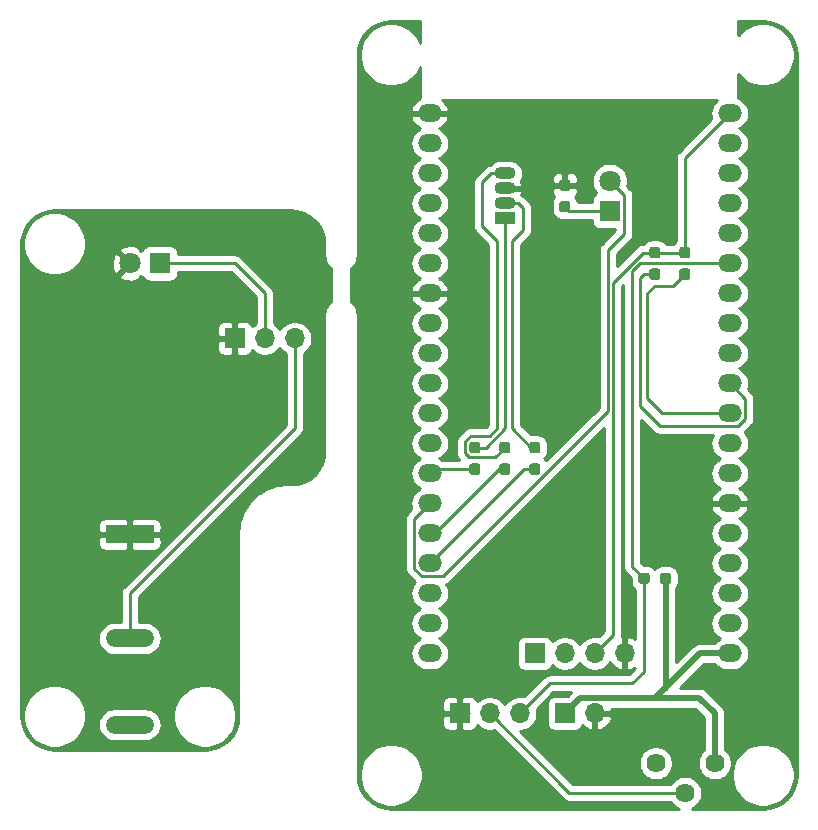
<source format=gtl>
G04 #@! TF.GenerationSoftware,KiCad,Pcbnew,5.1.12-84ad8e8a86~92~ubuntu20.04.1*
G04 #@! TF.CreationDate,2021-12-17T13:54:35+09:00*
G04 #@! TF.ProjectId,Key_checker,4b65795f-6368-4656-936b-65722e6b6963,rev?*
G04 #@! TF.SameCoordinates,Original*
G04 #@! TF.FileFunction,Copper,L1,Top*
G04 #@! TF.FilePolarity,Positive*
%FSLAX46Y46*%
G04 Gerber Fmt 4.6, Leading zero omitted, Abs format (unit mm)*
G04 Created by KiCad (PCBNEW 5.1.12-84ad8e8a86~92~ubuntu20.04.1) date 2021-12-17 13:54:35*
%MOMM*%
%LPD*%
G01*
G04 APERTURE LIST*
G04 #@! TA.AperFunction,ComponentPad*
%ADD10O,1.700000X1.700000*%
G04 #@! TD*
G04 #@! TA.AperFunction,ComponentPad*
%ADD11R,1.700000X1.700000*%
G04 #@! TD*
G04 #@! TA.AperFunction,ComponentPad*
%ADD12C,1.620000*%
G04 #@! TD*
G04 #@! TA.AperFunction,ComponentPad*
%ADD13O,4.100000X1.500000*%
G04 #@! TD*
G04 #@! TA.AperFunction,ComponentPad*
%ADD14R,4.100000X1.500000*%
G04 #@! TD*
G04 #@! TA.AperFunction,ComponentPad*
%ADD15O,2.000000X1.500000*%
G04 #@! TD*
G04 #@! TA.AperFunction,ComponentPad*
%ADD16R,1.800000X1.800000*%
G04 #@! TD*
G04 #@! TA.AperFunction,ComponentPad*
%ADD17C,1.800000*%
G04 #@! TD*
G04 #@! TA.AperFunction,ComponentPad*
%ADD18O,1.800000X1.070000*%
G04 #@! TD*
G04 #@! TA.AperFunction,ComponentPad*
%ADD19R,1.800000X1.070000*%
G04 #@! TD*
G04 #@! TA.AperFunction,Conductor*
%ADD20C,0.250000*%
G04 #@! TD*
G04 #@! TA.AperFunction,Conductor*
%ADD21C,0.500000*%
G04 #@! TD*
G04 #@! TA.AperFunction,Conductor*
%ADD22C,0.254000*%
G04 #@! TD*
G04 #@! TA.AperFunction,Conductor*
%ADD23C,0.100000*%
G04 #@! TD*
G04 APERTURE END LIST*
D10*
X205740000Y-64770000D03*
D11*
X203200000Y-64770000D03*
D10*
X208280000Y-59690000D03*
X205740000Y-59690000D03*
X203200000Y-59690000D03*
D11*
X200660000Y-59690000D03*
G04 #@! TA.AperFunction,SMDPad,CuDef*
G36*
G01*
X210582500Y-27095000D02*
X211057500Y-27095000D01*
G75*
G02*
X211295000Y-27332500I0J-237500D01*
G01*
X211295000Y-27832500D01*
G75*
G02*
X211057500Y-28070000I-237500J0D01*
G01*
X210582500Y-28070000D01*
G75*
G02*
X210345000Y-27832500I0J237500D01*
G01*
X210345000Y-27332500D01*
G75*
G02*
X210582500Y-27095000I237500J0D01*
G01*
G37*
G04 #@! TD.AperFunction*
G04 #@! TA.AperFunction,SMDPad,CuDef*
G36*
G01*
X210582500Y-25270000D02*
X211057500Y-25270000D01*
G75*
G02*
X211295000Y-25507500I0J-237500D01*
G01*
X211295000Y-26007500D01*
G75*
G02*
X211057500Y-26245000I-237500J0D01*
G01*
X210582500Y-26245000D01*
G75*
G02*
X210345000Y-26007500I0J237500D01*
G01*
X210345000Y-25507500D01*
G75*
G02*
X210582500Y-25270000I237500J0D01*
G01*
G37*
G04 #@! TD.AperFunction*
G04 #@! TA.AperFunction,SMDPad,CuDef*
G36*
G01*
X213122500Y-27095000D02*
X213597500Y-27095000D01*
G75*
G02*
X213835000Y-27332500I0J-237500D01*
G01*
X213835000Y-27832500D01*
G75*
G02*
X213597500Y-28070000I-237500J0D01*
G01*
X213122500Y-28070000D01*
G75*
G02*
X212885000Y-27832500I0J237500D01*
G01*
X212885000Y-27332500D01*
G75*
G02*
X213122500Y-27095000I237500J0D01*
G01*
G37*
G04 #@! TD.AperFunction*
G04 #@! TA.AperFunction,SMDPad,CuDef*
G36*
G01*
X213122500Y-25270000D02*
X213597500Y-25270000D01*
G75*
G02*
X213835000Y-25507500I0J-237500D01*
G01*
X213835000Y-26007500D01*
G75*
G02*
X213597500Y-26245000I-237500J0D01*
G01*
X213122500Y-26245000D01*
G75*
G02*
X212885000Y-26007500I0J237500D01*
G01*
X212885000Y-25507500D01*
G75*
G02*
X213122500Y-25270000I237500J0D01*
G01*
G37*
G04 #@! TD.AperFunction*
D12*
X215900000Y-69000000D03*
X213400000Y-71500000D03*
X210900000Y-69000000D03*
D13*
X166370000Y-58420000D03*
X166370000Y-65720000D03*
D14*
X166370000Y-49620000D03*
D10*
X199390000Y-64770000D03*
X196850000Y-64770000D03*
D11*
X194310000Y-64770000D03*
G04 #@! TA.AperFunction,SMDPad,CuDef*
G36*
G01*
X203437500Y-22355000D02*
X202962500Y-22355000D01*
G75*
G02*
X202725000Y-22117500I0J237500D01*
G01*
X202725000Y-21617500D01*
G75*
G02*
X202962500Y-21380000I237500J0D01*
G01*
X203437500Y-21380000D01*
G75*
G02*
X203675000Y-21617500I0J-237500D01*
G01*
X203675000Y-22117500D01*
G75*
G02*
X203437500Y-22355000I-237500J0D01*
G01*
G37*
G04 #@! TD.AperFunction*
G04 #@! TA.AperFunction,SMDPad,CuDef*
G36*
G01*
X203437500Y-20530000D02*
X202962500Y-20530000D01*
G75*
G02*
X202725000Y-20292500I0J237500D01*
G01*
X202725000Y-19792500D01*
G75*
G02*
X202962500Y-19555000I237500J0D01*
G01*
X203437500Y-19555000D01*
G75*
G02*
X203675000Y-19792500I0J-237500D01*
G01*
X203675000Y-20292500D01*
G75*
G02*
X203437500Y-20530000I-237500J0D01*
G01*
G37*
G04 #@! TD.AperFunction*
G04 #@! TA.AperFunction,SMDPad,CuDef*
G36*
G01*
X195817500Y-44580000D02*
X195342500Y-44580000D01*
G75*
G02*
X195105000Y-44342500I0J237500D01*
G01*
X195105000Y-43842500D01*
G75*
G02*
X195342500Y-43605000I237500J0D01*
G01*
X195817500Y-43605000D01*
G75*
G02*
X196055000Y-43842500I0J-237500D01*
G01*
X196055000Y-44342500D01*
G75*
G02*
X195817500Y-44580000I-237500J0D01*
G01*
G37*
G04 #@! TD.AperFunction*
G04 #@! TA.AperFunction,SMDPad,CuDef*
G36*
G01*
X195817500Y-42755000D02*
X195342500Y-42755000D01*
G75*
G02*
X195105000Y-42517500I0J237500D01*
G01*
X195105000Y-42017500D01*
G75*
G02*
X195342500Y-41780000I237500J0D01*
G01*
X195817500Y-41780000D01*
G75*
G02*
X196055000Y-42017500I0J-237500D01*
G01*
X196055000Y-42517500D01*
G75*
G02*
X195817500Y-42755000I-237500J0D01*
G01*
G37*
G04 #@! TD.AperFunction*
X175260000Y-33020000D03*
D10*
X177800000Y-33020000D03*
X180340000Y-33020000D03*
G04 #@! TA.AperFunction,SMDPad,CuDef*
G36*
G01*
X198357500Y-42755000D02*
X197882500Y-42755000D01*
G75*
G02*
X197645000Y-42517500I0J237500D01*
G01*
X197645000Y-42017500D01*
G75*
G02*
X197882500Y-41780000I237500J0D01*
G01*
X198357500Y-41780000D01*
G75*
G02*
X198595000Y-42017500I0J-237500D01*
G01*
X198595000Y-42517500D01*
G75*
G02*
X198357500Y-42755000I-237500J0D01*
G01*
G37*
G04 #@! TD.AperFunction*
G04 #@! TA.AperFunction,SMDPad,CuDef*
G36*
G01*
X198357500Y-44580000D02*
X197882500Y-44580000D01*
G75*
G02*
X197645000Y-44342500I0J237500D01*
G01*
X197645000Y-43842500D01*
G75*
G02*
X197882500Y-43605000I237500J0D01*
G01*
X198357500Y-43605000D01*
G75*
G02*
X198595000Y-43842500I0J-237500D01*
G01*
X198595000Y-44342500D01*
G75*
G02*
X198357500Y-44580000I-237500J0D01*
G01*
G37*
G04 #@! TD.AperFunction*
D15*
X217170000Y-59690000D03*
X191770000Y-59690000D03*
X217170000Y-57150000D03*
X191770000Y-57150000D03*
X217170000Y-54610000D03*
X191770000Y-54610000D03*
X217170000Y-52070000D03*
X191770000Y-52070000D03*
X217170000Y-49530000D03*
X191770000Y-49530000D03*
X217170000Y-46990000D03*
X191770000Y-46990000D03*
X217170000Y-44450000D03*
X191770000Y-44450000D03*
X217170000Y-41910000D03*
X191770000Y-41910000D03*
X217170000Y-39370000D03*
X191770000Y-39370000D03*
X217170000Y-36830000D03*
X191770000Y-36830000D03*
X217170000Y-34290000D03*
X191770000Y-34290000D03*
X217170000Y-31750000D03*
X191770000Y-31750000D03*
X217170000Y-29210000D03*
X191770000Y-29210000D03*
X217170000Y-26670000D03*
X191770000Y-26670000D03*
X217170000Y-24130000D03*
X191770000Y-24130000D03*
X217170000Y-21590000D03*
X191770000Y-21590000D03*
X217170000Y-19050000D03*
X191770000Y-19050000D03*
X217170000Y-16510000D03*
X191770000Y-16510000D03*
X217170000Y-13970000D03*
X191770000Y-13970000D03*
D16*
X207010000Y-22225000D03*
D17*
X207010000Y-19685000D03*
G04 #@! TA.AperFunction,SMDPad,CuDef*
G36*
G01*
X200897500Y-44580000D02*
X200422500Y-44580000D01*
G75*
G02*
X200185000Y-44342500I0J237500D01*
G01*
X200185000Y-43842500D01*
G75*
G02*
X200422500Y-43605000I237500J0D01*
G01*
X200897500Y-43605000D01*
G75*
G02*
X201135000Y-43842500I0J-237500D01*
G01*
X201135000Y-44342500D01*
G75*
G02*
X200897500Y-44580000I-237500J0D01*
G01*
G37*
G04 #@! TD.AperFunction*
G04 #@! TA.AperFunction,SMDPad,CuDef*
G36*
G01*
X200897500Y-42755000D02*
X200422500Y-42755000D01*
G75*
G02*
X200185000Y-42517500I0J237500D01*
G01*
X200185000Y-42017500D01*
G75*
G02*
X200422500Y-41780000I237500J0D01*
G01*
X200897500Y-41780000D01*
G75*
G02*
X201135000Y-42017500I0J-237500D01*
G01*
X201135000Y-42517500D01*
G75*
G02*
X200897500Y-42755000I-237500J0D01*
G01*
G37*
G04 #@! TD.AperFunction*
G04 #@! TA.AperFunction,SMDPad,CuDef*
G36*
G01*
X211245000Y-53577500D02*
X211245000Y-53102500D01*
G75*
G02*
X211482500Y-52865000I237500J0D01*
G01*
X211982500Y-52865000D01*
G75*
G02*
X212220000Y-53102500I0J-237500D01*
G01*
X212220000Y-53577500D01*
G75*
G02*
X211982500Y-53815000I-237500J0D01*
G01*
X211482500Y-53815000D01*
G75*
G02*
X211245000Y-53577500I0J237500D01*
G01*
G37*
G04 #@! TD.AperFunction*
G04 #@! TA.AperFunction,SMDPad,CuDef*
G36*
G01*
X209420000Y-53577500D02*
X209420000Y-53102500D01*
G75*
G02*
X209657500Y-52865000I237500J0D01*
G01*
X210157500Y-52865000D01*
G75*
G02*
X210395000Y-53102500I0J-237500D01*
G01*
X210395000Y-53577500D01*
G75*
G02*
X210157500Y-53815000I-237500J0D01*
G01*
X209657500Y-53815000D01*
G75*
G02*
X209420000Y-53577500I0J237500D01*
G01*
G37*
G04 #@! TD.AperFunction*
D16*
X168910000Y-26670000D03*
D17*
X166370000Y-26670000D03*
D18*
X198120000Y-19050000D03*
X198120000Y-20320000D03*
X198120000Y-21590000D03*
D19*
X198120000Y-22860000D03*
D20*
X191074717Y-53145010D02*
X190444990Y-52515283D01*
X192890500Y-53145010D02*
X191074717Y-53145010D01*
X190444990Y-48315010D02*
X191770000Y-46990000D01*
X206837755Y-39197755D02*
X192890500Y-53145010D01*
X206837755Y-25572245D02*
X206837755Y-39197755D01*
X208235001Y-24174999D02*
X206837755Y-25572245D01*
X208235001Y-20910001D02*
X208235001Y-24174999D01*
X190444990Y-52515283D02*
X190444990Y-48315010D01*
X207010000Y-19685000D02*
X208235001Y-20910001D01*
X203557500Y-22225000D02*
X203200000Y-21867500D01*
X207010000Y-22225000D02*
X203557500Y-22225000D01*
X196970000Y-19050000D02*
X198120000Y-19050000D01*
X196725010Y-43080010D02*
X195109500Y-43080010D01*
X196215000Y-19805000D02*
X196970000Y-19050000D01*
X197319990Y-43067510D02*
X196737510Y-43067510D01*
X197485000Y-40638590D02*
X197485000Y-24765000D01*
X196737510Y-43067510D02*
X196725010Y-43080010D01*
X195109500Y-43080010D02*
X194779991Y-42750500D01*
X197485000Y-24765000D02*
X196215000Y-23495000D01*
X194779991Y-41744991D02*
X195249982Y-41275000D01*
X195249982Y-41275000D02*
X196848590Y-41275000D01*
X194779991Y-42750500D02*
X194779991Y-41744991D01*
X196848590Y-41275000D02*
X197485000Y-40638590D01*
X198120000Y-42267500D02*
X197319990Y-43067510D01*
X196215000Y-23495000D02*
X196215000Y-19805000D01*
X195110998Y-64770000D02*
X194310000Y-64770000D01*
X200382500Y-42267500D02*
X200660000Y-42267500D01*
X198755000Y-40640000D02*
X200382500Y-42267500D01*
X198755000Y-24765000D02*
X198755000Y-40640000D01*
X199647500Y-23872500D02*
X198755000Y-24765000D01*
X199647500Y-21967500D02*
X199647500Y-23872500D01*
X199270000Y-21590000D02*
X199647500Y-21967500D01*
X198120000Y-21590000D02*
X199270000Y-21590000D01*
X195580000Y-42267500D02*
X196492500Y-42267500D01*
X198120000Y-40640000D02*
X198120000Y-22860000D01*
X196492500Y-42267500D02*
X198120000Y-40640000D01*
X192127500Y-44092500D02*
X191770000Y-44450000D01*
X195580000Y-44092500D02*
X192127500Y-44092500D01*
X199747500Y-44092500D02*
X191770000Y-52070000D01*
X200660000Y-44092500D02*
X199747500Y-44092500D01*
X192207500Y-49530000D02*
X191770000Y-49530000D01*
X197645000Y-44092500D02*
X192207500Y-49530000D01*
X198120000Y-44092500D02*
X197645000Y-44092500D01*
X218495010Y-39815283D02*
X218495010Y-38155010D01*
X217865283Y-40445010D02*
X218495010Y-39815283D01*
X211260010Y-40445010D02*
X217865283Y-40445010D01*
X209550000Y-38735000D02*
X211260010Y-40445010D01*
X209550000Y-27940000D02*
X209550000Y-38735000D01*
X209907500Y-27582500D02*
X209550000Y-27940000D01*
X210820000Y-27582500D02*
X209907500Y-27582500D01*
X218495010Y-38155010D02*
X217170000Y-36830000D01*
X210820000Y-28575000D02*
X212367500Y-28575000D01*
X210185000Y-29210000D02*
X210820000Y-28575000D01*
X210185000Y-38100000D02*
X210185000Y-29210000D01*
X211455000Y-39370000D02*
X210185000Y-38100000D01*
X212367500Y-28575000D02*
X213360000Y-27582500D01*
X217170000Y-39370000D02*
X211455000Y-39370000D01*
X208915000Y-52347500D02*
X209907500Y-53340000D01*
X208915000Y-27305000D02*
X208915000Y-52347500D01*
X209550000Y-26670000D02*
X208915000Y-27305000D01*
X217170000Y-26670000D02*
X209550000Y-26670000D01*
X209907500Y-53340000D02*
X209907500Y-61237500D01*
X209907500Y-61237500D02*
X208915000Y-62230000D01*
X201930000Y-62230000D02*
X199390000Y-64770000D01*
X208915000Y-62230000D02*
X201930000Y-62230000D01*
X203580000Y-71500000D02*
X213400000Y-71500000D01*
X196850000Y-64770000D02*
X203580000Y-71500000D01*
X166370000Y-54610000D02*
X166370000Y-58420000D01*
X180340000Y-33020000D02*
X180340000Y-40640000D01*
X180340000Y-40640000D02*
X166370000Y-54610000D01*
X168910000Y-26670000D02*
X175260000Y-26670000D01*
X177800000Y-33020000D02*
X177800000Y-29210000D01*
X177800000Y-29210000D02*
X175260000Y-26670000D01*
D21*
X211732500Y-58062500D02*
X211732500Y-53340000D01*
X204500001Y-63469999D02*
X210850001Y-63469999D01*
X203200000Y-64770000D02*
X204500001Y-63469999D01*
X217170000Y-59690000D02*
X214630000Y-59690000D01*
X210850001Y-63469999D02*
X214599999Y-63469999D01*
X214599999Y-63469999D02*
X215900000Y-64770000D01*
X215900000Y-64770000D02*
X215900000Y-69000000D01*
X211732500Y-58062500D02*
X211732500Y-62587500D01*
X211455000Y-62865000D02*
X214630000Y-59690000D01*
X211732500Y-62587500D02*
X211455000Y-62865000D01*
X210850001Y-63469999D02*
X211455000Y-62865000D01*
D20*
X213360000Y-17780000D02*
X213360000Y-25757500D01*
X217170000Y-13970000D02*
X213360000Y-17780000D01*
X213360000Y-25757500D02*
X210820000Y-25757500D01*
X213360000Y-25757500D02*
X213522510Y-25594990D01*
X207287765Y-58142235D02*
X205740000Y-59690000D01*
X207287765Y-28295825D02*
X207287765Y-58142235D01*
X209826090Y-25757500D02*
X207287765Y-28295825D01*
X210820000Y-25757500D02*
X209826090Y-25757500D01*
D22*
X220551010Y-6217192D02*
X221081036Y-6377216D01*
X221569879Y-6637140D01*
X221998931Y-6987065D01*
X222351844Y-7413664D01*
X222615173Y-7900681D01*
X222778894Y-8429578D01*
X222840001Y-9010970D01*
X222840000Y-69967721D01*
X222782808Y-70551010D01*
X222622783Y-71081036D01*
X222362860Y-71569880D01*
X222012935Y-71998931D01*
X221586335Y-72351845D01*
X221099320Y-72615173D01*
X220570422Y-72778894D01*
X219989040Y-72840000D01*
X213940922Y-72840000D01*
X214084464Y-72780543D01*
X214321134Y-72622405D01*
X214522405Y-72421134D01*
X214680543Y-72184464D01*
X214789470Y-71921491D01*
X214845000Y-71642320D01*
X214845000Y-71357680D01*
X214789470Y-71078509D01*
X214680543Y-70815536D01*
X214522405Y-70578866D01*
X214321134Y-70377595D01*
X214084464Y-70219457D01*
X213821491Y-70110530D01*
X213542320Y-70055000D01*
X213257680Y-70055000D01*
X212978509Y-70110530D01*
X212715536Y-70219457D01*
X212478866Y-70377595D01*
X212277595Y-70578866D01*
X212169929Y-70740000D01*
X203894802Y-70740000D01*
X202012482Y-68857680D01*
X209455000Y-68857680D01*
X209455000Y-69142320D01*
X209510530Y-69421491D01*
X209619457Y-69684464D01*
X209777595Y-69921134D01*
X209978866Y-70122405D01*
X210215536Y-70280543D01*
X210478509Y-70389470D01*
X210757680Y-70445000D01*
X211042320Y-70445000D01*
X211321491Y-70389470D01*
X211584464Y-70280543D01*
X211821134Y-70122405D01*
X212022405Y-69921134D01*
X212180543Y-69684464D01*
X212289470Y-69421491D01*
X212345000Y-69142320D01*
X212345000Y-68857680D01*
X212289470Y-68578509D01*
X212180543Y-68315536D01*
X212022405Y-68078866D01*
X211821134Y-67877595D01*
X211584464Y-67719457D01*
X211321491Y-67610530D01*
X211042320Y-67555000D01*
X210757680Y-67555000D01*
X210478509Y-67610530D01*
X210215536Y-67719457D01*
X209978866Y-67877595D01*
X209777595Y-68078866D01*
X209619457Y-68315536D01*
X209510530Y-68578509D01*
X209455000Y-68857680D01*
X202012482Y-68857680D01*
X199409801Y-66255000D01*
X199536260Y-66255000D01*
X199823158Y-66197932D01*
X200093411Y-66085990D01*
X200336632Y-65923475D01*
X200543475Y-65716632D01*
X200705990Y-65473411D01*
X200817932Y-65203158D01*
X200875000Y-64916260D01*
X200875000Y-64623740D01*
X200831210Y-64403592D01*
X202244803Y-62990000D01*
X203728421Y-62990000D01*
X203436493Y-63281928D01*
X202350000Y-63281928D01*
X202225518Y-63294188D01*
X202105820Y-63330498D01*
X201995506Y-63389463D01*
X201898815Y-63468815D01*
X201819463Y-63565506D01*
X201760498Y-63675820D01*
X201724188Y-63795518D01*
X201711928Y-63920000D01*
X201711928Y-65620000D01*
X201724188Y-65744482D01*
X201760498Y-65864180D01*
X201819463Y-65974494D01*
X201898815Y-66071185D01*
X201995506Y-66150537D01*
X202105820Y-66209502D01*
X202225518Y-66245812D01*
X202350000Y-66258072D01*
X204050000Y-66258072D01*
X204174482Y-66245812D01*
X204294180Y-66209502D01*
X204404494Y-66150537D01*
X204501185Y-66071185D01*
X204580537Y-65974494D01*
X204639502Y-65864180D01*
X204663966Y-65783534D01*
X204739731Y-65867588D01*
X204973080Y-66041641D01*
X205235901Y-66166825D01*
X205383110Y-66211476D01*
X205613000Y-66090155D01*
X205613000Y-64897000D01*
X205867000Y-64897000D01*
X205867000Y-66090155D01*
X206096890Y-66211476D01*
X206244099Y-66166825D01*
X206506920Y-66041641D01*
X206740269Y-65867588D01*
X206935178Y-65651355D01*
X207084157Y-65401252D01*
X207181481Y-65126891D01*
X207060814Y-64897000D01*
X205867000Y-64897000D01*
X205613000Y-64897000D01*
X205593000Y-64897000D01*
X205593000Y-64643000D01*
X205613000Y-64643000D01*
X205613000Y-64623000D01*
X205867000Y-64623000D01*
X205867000Y-64643000D01*
X207060814Y-64643000D01*
X207181481Y-64413109D01*
X207160868Y-64354999D01*
X210806532Y-64354999D01*
X210850001Y-64359280D01*
X210893470Y-64354999D01*
X214233421Y-64354999D01*
X215015000Y-65136579D01*
X215015001Y-67853451D01*
X214978866Y-67877595D01*
X214777595Y-68078866D01*
X214619457Y-68315536D01*
X214510530Y-68578509D01*
X214455000Y-68857680D01*
X214455000Y-69142320D01*
X214510530Y-69421491D01*
X214619457Y-69684464D01*
X214777595Y-69921134D01*
X214978866Y-70122405D01*
X215215536Y-70280543D01*
X215478509Y-70389470D01*
X215757680Y-70445000D01*
X216042320Y-70445000D01*
X216321491Y-70389470D01*
X216584464Y-70280543D01*
X216821134Y-70122405D01*
X217022405Y-69921134D01*
X217145229Y-69737314D01*
X217332905Y-69737314D01*
X217332905Y-70262686D01*
X217435400Y-70777963D01*
X217636451Y-71263343D01*
X217928332Y-71700174D01*
X218299826Y-72071668D01*
X218736657Y-72363549D01*
X219222037Y-72564600D01*
X219737314Y-72667095D01*
X220262686Y-72667095D01*
X220777963Y-72564600D01*
X221263343Y-72363549D01*
X221700174Y-72071668D01*
X222071668Y-71700174D01*
X222363549Y-71263343D01*
X222564600Y-70777963D01*
X222667095Y-70262686D01*
X222667095Y-69737314D01*
X222564600Y-69222037D01*
X222363549Y-68736657D01*
X222071668Y-68299826D01*
X221700174Y-67928332D01*
X221263343Y-67636451D01*
X220777963Y-67435400D01*
X220262686Y-67332905D01*
X219737314Y-67332905D01*
X219222037Y-67435400D01*
X218736657Y-67636451D01*
X218299826Y-67928332D01*
X217928332Y-68299826D01*
X217636451Y-68736657D01*
X217435400Y-69222037D01*
X217332905Y-69737314D01*
X217145229Y-69737314D01*
X217180543Y-69684464D01*
X217289470Y-69421491D01*
X217345000Y-69142320D01*
X217345000Y-68857680D01*
X217289470Y-68578509D01*
X217180543Y-68315536D01*
X217022405Y-68078866D01*
X216821134Y-67877595D01*
X216785000Y-67853451D01*
X216785000Y-64813466D01*
X216789281Y-64769999D01*
X216785000Y-64726533D01*
X216785000Y-64726523D01*
X216772195Y-64596510D01*
X216721589Y-64429687D01*
X216639411Y-64275941D01*
X216584809Y-64209409D01*
X216556532Y-64174953D01*
X216556530Y-64174951D01*
X216528817Y-64141183D01*
X216495050Y-64113471D01*
X215256531Y-62874953D01*
X215228816Y-62841182D01*
X215094058Y-62730588D01*
X214940312Y-62648410D01*
X214773489Y-62597804D01*
X214643476Y-62584999D01*
X214643468Y-62584999D01*
X214599999Y-62580718D01*
X214556530Y-62584999D01*
X212986579Y-62584999D01*
X214996579Y-60575000D01*
X215854605Y-60575000D01*
X215935919Y-60674081D01*
X216146812Y-60847157D01*
X216387419Y-60975764D01*
X216648493Y-61054960D01*
X216851963Y-61075000D01*
X217488037Y-61075000D01*
X217691507Y-61054960D01*
X217952581Y-60975764D01*
X218193188Y-60847157D01*
X218404081Y-60674081D01*
X218577157Y-60463188D01*
X218705764Y-60222581D01*
X218784960Y-59961507D01*
X218811701Y-59690000D01*
X218784960Y-59418493D01*
X218705764Y-59157419D01*
X218577157Y-58916812D01*
X218404081Y-58705919D01*
X218193188Y-58532843D01*
X217982073Y-58420000D01*
X218193188Y-58307157D01*
X218404081Y-58134081D01*
X218577157Y-57923188D01*
X218705764Y-57682581D01*
X218784960Y-57421507D01*
X218811701Y-57150000D01*
X218784960Y-56878493D01*
X218705764Y-56617419D01*
X218577157Y-56376812D01*
X218404081Y-56165919D01*
X218193188Y-55992843D01*
X217982073Y-55880000D01*
X218193188Y-55767157D01*
X218404081Y-55594081D01*
X218577157Y-55383188D01*
X218705764Y-55142581D01*
X218784960Y-54881507D01*
X218811701Y-54610000D01*
X218784960Y-54338493D01*
X218705764Y-54077419D01*
X218577157Y-53836812D01*
X218404081Y-53625919D01*
X218193188Y-53452843D01*
X217982073Y-53340000D01*
X218193188Y-53227157D01*
X218404081Y-53054081D01*
X218577157Y-52843188D01*
X218705764Y-52602581D01*
X218784960Y-52341507D01*
X218811701Y-52070000D01*
X218784960Y-51798493D01*
X218705764Y-51537419D01*
X218577157Y-51296812D01*
X218404081Y-51085919D01*
X218193188Y-50912843D01*
X217982073Y-50800000D01*
X218193188Y-50687157D01*
X218404081Y-50514081D01*
X218577157Y-50303188D01*
X218705764Y-50062581D01*
X218784960Y-49801507D01*
X218811701Y-49530000D01*
X218784960Y-49258493D01*
X218705764Y-48997419D01*
X218577157Y-48756812D01*
X218404081Y-48545919D01*
X218193188Y-48372843D01*
X217984972Y-48261549D01*
X218041724Y-48239968D01*
X218273634Y-48094658D01*
X218472740Y-47906897D01*
X218631390Y-47683900D01*
X218743487Y-47434236D01*
X218762318Y-47331185D01*
X218639656Y-47117000D01*
X217297000Y-47117000D01*
X217297000Y-47137000D01*
X217043000Y-47137000D01*
X217043000Y-47117000D01*
X215700344Y-47117000D01*
X215577682Y-47331185D01*
X215596513Y-47434236D01*
X215708610Y-47683900D01*
X215867260Y-47906897D01*
X216066366Y-48094658D01*
X216298276Y-48239968D01*
X216355028Y-48261549D01*
X216146812Y-48372843D01*
X215935919Y-48545919D01*
X215762843Y-48756812D01*
X215634236Y-48997419D01*
X215555040Y-49258493D01*
X215528299Y-49530000D01*
X215555040Y-49801507D01*
X215634236Y-50062581D01*
X215762843Y-50303188D01*
X215935919Y-50514081D01*
X216146812Y-50687157D01*
X216357927Y-50800000D01*
X216146812Y-50912843D01*
X215935919Y-51085919D01*
X215762843Y-51296812D01*
X215634236Y-51537419D01*
X215555040Y-51798493D01*
X215528299Y-52070000D01*
X215555040Y-52341507D01*
X215634236Y-52602581D01*
X215762843Y-52843188D01*
X215935919Y-53054081D01*
X216146812Y-53227157D01*
X216357927Y-53340000D01*
X216146812Y-53452843D01*
X215935919Y-53625919D01*
X215762843Y-53836812D01*
X215634236Y-54077419D01*
X215555040Y-54338493D01*
X215528299Y-54610000D01*
X215555040Y-54881507D01*
X215634236Y-55142581D01*
X215762843Y-55383188D01*
X215935919Y-55594081D01*
X216146812Y-55767157D01*
X216357927Y-55880000D01*
X216146812Y-55992843D01*
X215935919Y-56165919D01*
X215762843Y-56376812D01*
X215634236Y-56617419D01*
X215555040Y-56878493D01*
X215528299Y-57150000D01*
X215555040Y-57421507D01*
X215634236Y-57682581D01*
X215762843Y-57923188D01*
X215935919Y-58134081D01*
X216146812Y-58307157D01*
X216357927Y-58420000D01*
X216146812Y-58532843D01*
X215935919Y-58705919D01*
X215854605Y-58805000D01*
X214673466Y-58805000D01*
X214629999Y-58800719D01*
X214586533Y-58805000D01*
X214586523Y-58805000D01*
X214456510Y-58817805D01*
X214289687Y-58868411D01*
X214135941Y-58950589D01*
X214106452Y-58974790D01*
X214034953Y-59033468D01*
X214034951Y-59033470D01*
X214001183Y-59061183D01*
X213973470Y-59094951D01*
X212617500Y-60450921D01*
X212617500Y-54177277D01*
X212710512Y-54063942D01*
X212791423Y-53912567D01*
X212841248Y-53748316D01*
X212858072Y-53577500D01*
X212858072Y-53102500D01*
X212841248Y-52931684D01*
X212791423Y-52767433D01*
X212710512Y-52616058D01*
X212601623Y-52483377D01*
X212468942Y-52374488D01*
X212317567Y-52293577D01*
X212153316Y-52243752D01*
X211982500Y-52226928D01*
X211482500Y-52226928D01*
X211311684Y-52243752D01*
X211147433Y-52293577D01*
X210996058Y-52374488D01*
X210863377Y-52483377D01*
X210820000Y-52536232D01*
X210776623Y-52483377D01*
X210643942Y-52374488D01*
X210492567Y-52293577D01*
X210328316Y-52243752D01*
X210157500Y-52226928D01*
X209869229Y-52226928D01*
X209675000Y-52032699D01*
X209675000Y-39934801D01*
X210696211Y-40956013D01*
X210720009Y-40985011D01*
X210835734Y-41079984D01*
X210967763Y-41150556D01*
X211111024Y-41194013D01*
X211222677Y-41205010D01*
X211222686Y-41205010D01*
X211260009Y-41208686D01*
X211297332Y-41205010D01*
X215726390Y-41205010D01*
X215634236Y-41377419D01*
X215555040Y-41638493D01*
X215528299Y-41910000D01*
X215555040Y-42181507D01*
X215634236Y-42442581D01*
X215762843Y-42683188D01*
X215935919Y-42894081D01*
X216146812Y-43067157D01*
X216357927Y-43180000D01*
X216146812Y-43292843D01*
X215935919Y-43465919D01*
X215762843Y-43676812D01*
X215634236Y-43917419D01*
X215555040Y-44178493D01*
X215528299Y-44450000D01*
X215555040Y-44721507D01*
X215634236Y-44982581D01*
X215762843Y-45223188D01*
X215935919Y-45434081D01*
X216146812Y-45607157D01*
X216355028Y-45718451D01*
X216298276Y-45740032D01*
X216066366Y-45885342D01*
X215867260Y-46073103D01*
X215708610Y-46296100D01*
X215596513Y-46545764D01*
X215577682Y-46648815D01*
X215700344Y-46863000D01*
X217043000Y-46863000D01*
X217043000Y-46843000D01*
X217297000Y-46843000D01*
X217297000Y-46863000D01*
X218639656Y-46863000D01*
X218762318Y-46648815D01*
X218743487Y-46545764D01*
X218631390Y-46296100D01*
X218472740Y-46073103D01*
X218273634Y-45885342D01*
X218041724Y-45740032D01*
X217984972Y-45718451D01*
X218193188Y-45607157D01*
X218404081Y-45434081D01*
X218577157Y-45223188D01*
X218705764Y-44982581D01*
X218784960Y-44721507D01*
X218811701Y-44450000D01*
X218784960Y-44178493D01*
X218705764Y-43917419D01*
X218577157Y-43676812D01*
X218404081Y-43465919D01*
X218193188Y-43292843D01*
X217982073Y-43180000D01*
X218193188Y-43067157D01*
X218404081Y-42894081D01*
X218577157Y-42683188D01*
X218705764Y-42442581D01*
X218784960Y-42181507D01*
X218811701Y-41910000D01*
X218784960Y-41638493D01*
X218705764Y-41377419D01*
X218577157Y-41136812D01*
X218428930Y-40956198D01*
X218429086Y-40956008D01*
X219006019Y-40379077D01*
X219035011Y-40355284D01*
X219058805Y-40326291D01*
X219058809Y-40326287D01*
X219129983Y-40239560D01*
X219129984Y-40239559D01*
X219200556Y-40107530D01*
X219244013Y-39964269D01*
X219255010Y-39852616D01*
X219255010Y-39852607D01*
X219258686Y-39815284D01*
X219255010Y-39777961D01*
X219255010Y-38192332D01*
X219258686Y-38155009D01*
X219255010Y-38117686D01*
X219255010Y-38117677D01*
X219244013Y-38006024D01*
X219200556Y-37862763D01*
X219171153Y-37807754D01*
X219129984Y-37730733D01*
X219058809Y-37644007D01*
X219035011Y-37615009D01*
X219006013Y-37591211D01*
X218722433Y-37307631D01*
X218784960Y-37101507D01*
X218811701Y-36830000D01*
X218784960Y-36558493D01*
X218705764Y-36297419D01*
X218577157Y-36056812D01*
X218404081Y-35845919D01*
X218193188Y-35672843D01*
X217982073Y-35560000D01*
X218193188Y-35447157D01*
X218404081Y-35274081D01*
X218577157Y-35063188D01*
X218705764Y-34822581D01*
X218784960Y-34561507D01*
X218811701Y-34290000D01*
X218784960Y-34018493D01*
X218705764Y-33757419D01*
X218577157Y-33516812D01*
X218404081Y-33305919D01*
X218193188Y-33132843D01*
X217982073Y-33020000D01*
X218193188Y-32907157D01*
X218404081Y-32734081D01*
X218577157Y-32523188D01*
X218705764Y-32282581D01*
X218784960Y-32021507D01*
X218811701Y-31750000D01*
X218784960Y-31478493D01*
X218705764Y-31217419D01*
X218577157Y-30976812D01*
X218404081Y-30765919D01*
X218193188Y-30592843D01*
X217982073Y-30480000D01*
X218193188Y-30367157D01*
X218404081Y-30194081D01*
X218577157Y-29983188D01*
X218705764Y-29742581D01*
X218784960Y-29481507D01*
X218811701Y-29210000D01*
X218784960Y-28938493D01*
X218705764Y-28677419D01*
X218577157Y-28436812D01*
X218404081Y-28225919D01*
X218193188Y-28052843D01*
X217982073Y-27940000D01*
X218193188Y-27827157D01*
X218404081Y-27654081D01*
X218577157Y-27443188D01*
X218705764Y-27202581D01*
X218784960Y-26941507D01*
X218811701Y-26670000D01*
X218784960Y-26398493D01*
X218705764Y-26137419D01*
X218577157Y-25896812D01*
X218404081Y-25685919D01*
X218193188Y-25512843D01*
X217982073Y-25400000D01*
X218193188Y-25287157D01*
X218404081Y-25114081D01*
X218577157Y-24903188D01*
X218705764Y-24662581D01*
X218784960Y-24401507D01*
X218811701Y-24130000D01*
X218784960Y-23858493D01*
X218705764Y-23597419D01*
X218577157Y-23356812D01*
X218404081Y-23145919D01*
X218193188Y-22972843D01*
X217982073Y-22860000D01*
X218193188Y-22747157D01*
X218404081Y-22574081D01*
X218577157Y-22363188D01*
X218705764Y-22122581D01*
X218784960Y-21861507D01*
X218811701Y-21590000D01*
X218784960Y-21318493D01*
X218705764Y-21057419D01*
X218577157Y-20816812D01*
X218404081Y-20605919D01*
X218193188Y-20432843D01*
X217982073Y-20320000D01*
X218193188Y-20207157D01*
X218404081Y-20034081D01*
X218577157Y-19823188D01*
X218705764Y-19582581D01*
X218784960Y-19321507D01*
X218811701Y-19050000D01*
X218784960Y-18778493D01*
X218705764Y-18517419D01*
X218577157Y-18276812D01*
X218404081Y-18065919D01*
X218193188Y-17892843D01*
X217982073Y-17780000D01*
X218193188Y-17667157D01*
X218404081Y-17494081D01*
X218577157Y-17283188D01*
X218705764Y-17042581D01*
X218784960Y-16781507D01*
X218811701Y-16510000D01*
X218784960Y-16238493D01*
X218705764Y-15977419D01*
X218577157Y-15736812D01*
X218404081Y-15525919D01*
X218193188Y-15352843D01*
X217982073Y-15240000D01*
X218193188Y-15127157D01*
X218404081Y-14954081D01*
X218577157Y-14743188D01*
X218705764Y-14502581D01*
X218784960Y-14241507D01*
X218811701Y-13970000D01*
X218784960Y-13698493D01*
X218705764Y-13437419D01*
X218577157Y-13196812D01*
X218404081Y-12985919D01*
X218193188Y-12812843D01*
X217952581Y-12684236D01*
X217892846Y-12666116D01*
X217892846Y-10647065D01*
X217928332Y-10700174D01*
X218299826Y-11071668D01*
X218736657Y-11363549D01*
X219222037Y-11564600D01*
X219737314Y-11667095D01*
X220262686Y-11667095D01*
X220777963Y-11564600D01*
X221263343Y-11363549D01*
X221700174Y-11071668D01*
X222071668Y-10700174D01*
X222363549Y-10263343D01*
X222564600Y-9777963D01*
X222667095Y-9262686D01*
X222667095Y-8737314D01*
X222564600Y-8222037D01*
X222363549Y-7736657D01*
X222071668Y-7299826D01*
X221700174Y-6928332D01*
X221263343Y-6636451D01*
X220777963Y-6435400D01*
X220262686Y-6332905D01*
X219737314Y-6332905D01*
X219222037Y-6435400D01*
X218736657Y-6636451D01*
X218299826Y-6928332D01*
X217928332Y-7299826D01*
X217892846Y-7352935D01*
X217892846Y-6160000D01*
X219967721Y-6160000D01*
X220551010Y-6217192D01*
G04 #@! TA.AperFunction,Conductor*
D23*
G36*
X220551010Y-6217192D02*
G01*
X221081036Y-6377216D01*
X221569879Y-6637140D01*
X221998931Y-6987065D01*
X222351844Y-7413664D01*
X222615173Y-7900681D01*
X222778894Y-8429578D01*
X222840001Y-9010970D01*
X222840000Y-69967721D01*
X222782808Y-70551010D01*
X222622783Y-71081036D01*
X222362860Y-71569880D01*
X222012935Y-71998931D01*
X221586335Y-72351845D01*
X221099320Y-72615173D01*
X220570422Y-72778894D01*
X219989040Y-72840000D01*
X213940922Y-72840000D01*
X214084464Y-72780543D01*
X214321134Y-72622405D01*
X214522405Y-72421134D01*
X214680543Y-72184464D01*
X214789470Y-71921491D01*
X214845000Y-71642320D01*
X214845000Y-71357680D01*
X214789470Y-71078509D01*
X214680543Y-70815536D01*
X214522405Y-70578866D01*
X214321134Y-70377595D01*
X214084464Y-70219457D01*
X213821491Y-70110530D01*
X213542320Y-70055000D01*
X213257680Y-70055000D01*
X212978509Y-70110530D01*
X212715536Y-70219457D01*
X212478866Y-70377595D01*
X212277595Y-70578866D01*
X212169929Y-70740000D01*
X203894802Y-70740000D01*
X202012482Y-68857680D01*
X209455000Y-68857680D01*
X209455000Y-69142320D01*
X209510530Y-69421491D01*
X209619457Y-69684464D01*
X209777595Y-69921134D01*
X209978866Y-70122405D01*
X210215536Y-70280543D01*
X210478509Y-70389470D01*
X210757680Y-70445000D01*
X211042320Y-70445000D01*
X211321491Y-70389470D01*
X211584464Y-70280543D01*
X211821134Y-70122405D01*
X212022405Y-69921134D01*
X212180543Y-69684464D01*
X212289470Y-69421491D01*
X212345000Y-69142320D01*
X212345000Y-68857680D01*
X212289470Y-68578509D01*
X212180543Y-68315536D01*
X212022405Y-68078866D01*
X211821134Y-67877595D01*
X211584464Y-67719457D01*
X211321491Y-67610530D01*
X211042320Y-67555000D01*
X210757680Y-67555000D01*
X210478509Y-67610530D01*
X210215536Y-67719457D01*
X209978866Y-67877595D01*
X209777595Y-68078866D01*
X209619457Y-68315536D01*
X209510530Y-68578509D01*
X209455000Y-68857680D01*
X202012482Y-68857680D01*
X199409801Y-66255000D01*
X199536260Y-66255000D01*
X199823158Y-66197932D01*
X200093411Y-66085990D01*
X200336632Y-65923475D01*
X200543475Y-65716632D01*
X200705990Y-65473411D01*
X200817932Y-65203158D01*
X200875000Y-64916260D01*
X200875000Y-64623740D01*
X200831210Y-64403592D01*
X202244803Y-62990000D01*
X203728421Y-62990000D01*
X203436493Y-63281928D01*
X202350000Y-63281928D01*
X202225518Y-63294188D01*
X202105820Y-63330498D01*
X201995506Y-63389463D01*
X201898815Y-63468815D01*
X201819463Y-63565506D01*
X201760498Y-63675820D01*
X201724188Y-63795518D01*
X201711928Y-63920000D01*
X201711928Y-65620000D01*
X201724188Y-65744482D01*
X201760498Y-65864180D01*
X201819463Y-65974494D01*
X201898815Y-66071185D01*
X201995506Y-66150537D01*
X202105820Y-66209502D01*
X202225518Y-66245812D01*
X202350000Y-66258072D01*
X204050000Y-66258072D01*
X204174482Y-66245812D01*
X204294180Y-66209502D01*
X204404494Y-66150537D01*
X204501185Y-66071185D01*
X204580537Y-65974494D01*
X204639502Y-65864180D01*
X204663966Y-65783534D01*
X204739731Y-65867588D01*
X204973080Y-66041641D01*
X205235901Y-66166825D01*
X205383110Y-66211476D01*
X205613000Y-66090155D01*
X205613000Y-64897000D01*
X205867000Y-64897000D01*
X205867000Y-66090155D01*
X206096890Y-66211476D01*
X206244099Y-66166825D01*
X206506920Y-66041641D01*
X206740269Y-65867588D01*
X206935178Y-65651355D01*
X207084157Y-65401252D01*
X207181481Y-65126891D01*
X207060814Y-64897000D01*
X205867000Y-64897000D01*
X205613000Y-64897000D01*
X205593000Y-64897000D01*
X205593000Y-64643000D01*
X205613000Y-64643000D01*
X205613000Y-64623000D01*
X205867000Y-64623000D01*
X205867000Y-64643000D01*
X207060814Y-64643000D01*
X207181481Y-64413109D01*
X207160868Y-64354999D01*
X210806532Y-64354999D01*
X210850001Y-64359280D01*
X210893470Y-64354999D01*
X214233421Y-64354999D01*
X215015000Y-65136579D01*
X215015001Y-67853451D01*
X214978866Y-67877595D01*
X214777595Y-68078866D01*
X214619457Y-68315536D01*
X214510530Y-68578509D01*
X214455000Y-68857680D01*
X214455000Y-69142320D01*
X214510530Y-69421491D01*
X214619457Y-69684464D01*
X214777595Y-69921134D01*
X214978866Y-70122405D01*
X215215536Y-70280543D01*
X215478509Y-70389470D01*
X215757680Y-70445000D01*
X216042320Y-70445000D01*
X216321491Y-70389470D01*
X216584464Y-70280543D01*
X216821134Y-70122405D01*
X217022405Y-69921134D01*
X217145229Y-69737314D01*
X217332905Y-69737314D01*
X217332905Y-70262686D01*
X217435400Y-70777963D01*
X217636451Y-71263343D01*
X217928332Y-71700174D01*
X218299826Y-72071668D01*
X218736657Y-72363549D01*
X219222037Y-72564600D01*
X219737314Y-72667095D01*
X220262686Y-72667095D01*
X220777963Y-72564600D01*
X221263343Y-72363549D01*
X221700174Y-72071668D01*
X222071668Y-71700174D01*
X222363549Y-71263343D01*
X222564600Y-70777963D01*
X222667095Y-70262686D01*
X222667095Y-69737314D01*
X222564600Y-69222037D01*
X222363549Y-68736657D01*
X222071668Y-68299826D01*
X221700174Y-67928332D01*
X221263343Y-67636451D01*
X220777963Y-67435400D01*
X220262686Y-67332905D01*
X219737314Y-67332905D01*
X219222037Y-67435400D01*
X218736657Y-67636451D01*
X218299826Y-67928332D01*
X217928332Y-68299826D01*
X217636451Y-68736657D01*
X217435400Y-69222037D01*
X217332905Y-69737314D01*
X217145229Y-69737314D01*
X217180543Y-69684464D01*
X217289470Y-69421491D01*
X217345000Y-69142320D01*
X217345000Y-68857680D01*
X217289470Y-68578509D01*
X217180543Y-68315536D01*
X217022405Y-68078866D01*
X216821134Y-67877595D01*
X216785000Y-67853451D01*
X216785000Y-64813466D01*
X216789281Y-64769999D01*
X216785000Y-64726533D01*
X216785000Y-64726523D01*
X216772195Y-64596510D01*
X216721589Y-64429687D01*
X216639411Y-64275941D01*
X216584809Y-64209409D01*
X216556532Y-64174953D01*
X216556530Y-64174951D01*
X216528817Y-64141183D01*
X216495050Y-64113471D01*
X215256531Y-62874953D01*
X215228816Y-62841182D01*
X215094058Y-62730588D01*
X214940312Y-62648410D01*
X214773489Y-62597804D01*
X214643476Y-62584999D01*
X214643468Y-62584999D01*
X214599999Y-62580718D01*
X214556530Y-62584999D01*
X212986579Y-62584999D01*
X214996579Y-60575000D01*
X215854605Y-60575000D01*
X215935919Y-60674081D01*
X216146812Y-60847157D01*
X216387419Y-60975764D01*
X216648493Y-61054960D01*
X216851963Y-61075000D01*
X217488037Y-61075000D01*
X217691507Y-61054960D01*
X217952581Y-60975764D01*
X218193188Y-60847157D01*
X218404081Y-60674081D01*
X218577157Y-60463188D01*
X218705764Y-60222581D01*
X218784960Y-59961507D01*
X218811701Y-59690000D01*
X218784960Y-59418493D01*
X218705764Y-59157419D01*
X218577157Y-58916812D01*
X218404081Y-58705919D01*
X218193188Y-58532843D01*
X217982073Y-58420000D01*
X218193188Y-58307157D01*
X218404081Y-58134081D01*
X218577157Y-57923188D01*
X218705764Y-57682581D01*
X218784960Y-57421507D01*
X218811701Y-57150000D01*
X218784960Y-56878493D01*
X218705764Y-56617419D01*
X218577157Y-56376812D01*
X218404081Y-56165919D01*
X218193188Y-55992843D01*
X217982073Y-55880000D01*
X218193188Y-55767157D01*
X218404081Y-55594081D01*
X218577157Y-55383188D01*
X218705764Y-55142581D01*
X218784960Y-54881507D01*
X218811701Y-54610000D01*
X218784960Y-54338493D01*
X218705764Y-54077419D01*
X218577157Y-53836812D01*
X218404081Y-53625919D01*
X218193188Y-53452843D01*
X217982073Y-53340000D01*
X218193188Y-53227157D01*
X218404081Y-53054081D01*
X218577157Y-52843188D01*
X218705764Y-52602581D01*
X218784960Y-52341507D01*
X218811701Y-52070000D01*
X218784960Y-51798493D01*
X218705764Y-51537419D01*
X218577157Y-51296812D01*
X218404081Y-51085919D01*
X218193188Y-50912843D01*
X217982073Y-50800000D01*
X218193188Y-50687157D01*
X218404081Y-50514081D01*
X218577157Y-50303188D01*
X218705764Y-50062581D01*
X218784960Y-49801507D01*
X218811701Y-49530000D01*
X218784960Y-49258493D01*
X218705764Y-48997419D01*
X218577157Y-48756812D01*
X218404081Y-48545919D01*
X218193188Y-48372843D01*
X217984972Y-48261549D01*
X218041724Y-48239968D01*
X218273634Y-48094658D01*
X218472740Y-47906897D01*
X218631390Y-47683900D01*
X218743487Y-47434236D01*
X218762318Y-47331185D01*
X218639656Y-47117000D01*
X217297000Y-47117000D01*
X217297000Y-47137000D01*
X217043000Y-47137000D01*
X217043000Y-47117000D01*
X215700344Y-47117000D01*
X215577682Y-47331185D01*
X215596513Y-47434236D01*
X215708610Y-47683900D01*
X215867260Y-47906897D01*
X216066366Y-48094658D01*
X216298276Y-48239968D01*
X216355028Y-48261549D01*
X216146812Y-48372843D01*
X215935919Y-48545919D01*
X215762843Y-48756812D01*
X215634236Y-48997419D01*
X215555040Y-49258493D01*
X215528299Y-49530000D01*
X215555040Y-49801507D01*
X215634236Y-50062581D01*
X215762843Y-50303188D01*
X215935919Y-50514081D01*
X216146812Y-50687157D01*
X216357927Y-50800000D01*
X216146812Y-50912843D01*
X215935919Y-51085919D01*
X215762843Y-51296812D01*
X215634236Y-51537419D01*
X215555040Y-51798493D01*
X215528299Y-52070000D01*
X215555040Y-52341507D01*
X215634236Y-52602581D01*
X215762843Y-52843188D01*
X215935919Y-53054081D01*
X216146812Y-53227157D01*
X216357927Y-53340000D01*
X216146812Y-53452843D01*
X215935919Y-53625919D01*
X215762843Y-53836812D01*
X215634236Y-54077419D01*
X215555040Y-54338493D01*
X215528299Y-54610000D01*
X215555040Y-54881507D01*
X215634236Y-55142581D01*
X215762843Y-55383188D01*
X215935919Y-55594081D01*
X216146812Y-55767157D01*
X216357927Y-55880000D01*
X216146812Y-55992843D01*
X215935919Y-56165919D01*
X215762843Y-56376812D01*
X215634236Y-56617419D01*
X215555040Y-56878493D01*
X215528299Y-57150000D01*
X215555040Y-57421507D01*
X215634236Y-57682581D01*
X215762843Y-57923188D01*
X215935919Y-58134081D01*
X216146812Y-58307157D01*
X216357927Y-58420000D01*
X216146812Y-58532843D01*
X215935919Y-58705919D01*
X215854605Y-58805000D01*
X214673466Y-58805000D01*
X214629999Y-58800719D01*
X214586533Y-58805000D01*
X214586523Y-58805000D01*
X214456510Y-58817805D01*
X214289687Y-58868411D01*
X214135941Y-58950589D01*
X214106452Y-58974790D01*
X214034953Y-59033468D01*
X214034951Y-59033470D01*
X214001183Y-59061183D01*
X213973470Y-59094951D01*
X212617500Y-60450921D01*
X212617500Y-54177277D01*
X212710512Y-54063942D01*
X212791423Y-53912567D01*
X212841248Y-53748316D01*
X212858072Y-53577500D01*
X212858072Y-53102500D01*
X212841248Y-52931684D01*
X212791423Y-52767433D01*
X212710512Y-52616058D01*
X212601623Y-52483377D01*
X212468942Y-52374488D01*
X212317567Y-52293577D01*
X212153316Y-52243752D01*
X211982500Y-52226928D01*
X211482500Y-52226928D01*
X211311684Y-52243752D01*
X211147433Y-52293577D01*
X210996058Y-52374488D01*
X210863377Y-52483377D01*
X210820000Y-52536232D01*
X210776623Y-52483377D01*
X210643942Y-52374488D01*
X210492567Y-52293577D01*
X210328316Y-52243752D01*
X210157500Y-52226928D01*
X209869229Y-52226928D01*
X209675000Y-52032699D01*
X209675000Y-39934801D01*
X210696211Y-40956013D01*
X210720009Y-40985011D01*
X210835734Y-41079984D01*
X210967763Y-41150556D01*
X211111024Y-41194013D01*
X211222677Y-41205010D01*
X211222686Y-41205010D01*
X211260009Y-41208686D01*
X211297332Y-41205010D01*
X215726390Y-41205010D01*
X215634236Y-41377419D01*
X215555040Y-41638493D01*
X215528299Y-41910000D01*
X215555040Y-42181507D01*
X215634236Y-42442581D01*
X215762843Y-42683188D01*
X215935919Y-42894081D01*
X216146812Y-43067157D01*
X216357927Y-43180000D01*
X216146812Y-43292843D01*
X215935919Y-43465919D01*
X215762843Y-43676812D01*
X215634236Y-43917419D01*
X215555040Y-44178493D01*
X215528299Y-44450000D01*
X215555040Y-44721507D01*
X215634236Y-44982581D01*
X215762843Y-45223188D01*
X215935919Y-45434081D01*
X216146812Y-45607157D01*
X216355028Y-45718451D01*
X216298276Y-45740032D01*
X216066366Y-45885342D01*
X215867260Y-46073103D01*
X215708610Y-46296100D01*
X215596513Y-46545764D01*
X215577682Y-46648815D01*
X215700344Y-46863000D01*
X217043000Y-46863000D01*
X217043000Y-46843000D01*
X217297000Y-46843000D01*
X217297000Y-46863000D01*
X218639656Y-46863000D01*
X218762318Y-46648815D01*
X218743487Y-46545764D01*
X218631390Y-46296100D01*
X218472740Y-46073103D01*
X218273634Y-45885342D01*
X218041724Y-45740032D01*
X217984972Y-45718451D01*
X218193188Y-45607157D01*
X218404081Y-45434081D01*
X218577157Y-45223188D01*
X218705764Y-44982581D01*
X218784960Y-44721507D01*
X218811701Y-44450000D01*
X218784960Y-44178493D01*
X218705764Y-43917419D01*
X218577157Y-43676812D01*
X218404081Y-43465919D01*
X218193188Y-43292843D01*
X217982073Y-43180000D01*
X218193188Y-43067157D01*
X218404081Y-42894081D01*
X218577157Y-42683188D01*
X218705764Y-42442581D01*
X218784960Y-42181507D01*
X218811701Y-41910000D01*
X218784960Y-41638493D01*
X218705764Y-41377419D01*
X218577157Y-41136812D01*
X218428930Y-40956198D01*
X218429086Y-40956008D01*
X219006019Y-40379077D01*
X219035011Y-40355284D01*
X219058805Y-40326291D01*
X219058809Y-40326287D01*
X219129983Y-40239560D01*
X219129984Y-40239559D01*
X219200556Y-40107530D01*
X219244013Y-39964269D01*
X219255010Y-39852616D01*
X219255010Y-39852607D01*
X219258686Y-39815284D01*
X219255010Y-39777961D01*
X219255010Y-38192332D01*
X219258686Y-38155009D01*
X219255010Y-38117686D01*
X219255010Y-38117677D01*
X219244013Y-38006024D01*
X219200556Y-37862763D01*
X219171153Y-37807754D01*
X219129984Y-37730733D01*
X219058809Y-37644007D01*
X219035011Y-37615009D01*
X219006013Y-37591211D01*
X218722433Y-37307631D01*
X218784960Y-37101507D01*
X218811701Y-36830000D01*
X218784960Y-36558493D01*
X218705764Y-36297419D01*
X218577157Y-36056812D01*
X218404081Y-35845919D01*
X218193188Y-35672843D01*
X217982073Y-35560000D01*
X218193188Y-35447157D01*
X218404081Y-35274081D01*
X218577157Y-35063188D01*
X218705764Y-34822581D01*
X218784960Y-34561507D01*
X218811701Y-34290000D01*
X218784960Y-34018493D01*
X218705764Y-33757419D01*
X218577157Y-33516812D01*
X218404081Y-33305919D01*
X218193188Y-33132843D01*
X217982073Y-33020000D01*
X218193188Y-32907157D01*
X218404081Y-32734081D01*
X218577157Y-32523188D01*
X218705764Y-32282581D01*
X218784960Y-32021507D01*
X218811701Y-31750000D01*
X218784960Y-31478493D01*
X218705764Y-31217419D01*
X218577157Y-30976812D01*
X218404081Y-30765919D01*
X218193188Y-30592843D01*
X217982073Y-30480000D01*
X218193188Y-30367157D01*
X218404081Y-30194081D01*
X218577157Y-29983188D01*
X218705764Y-29742581D01*
X218784960Y-29481507D01*
X218811701Y-29210000D01*
X218784960Y-28938493D01*
X218705764Y-28677419D01*
X218577157Y-28436812D01*
X218404081Y-28225919D01*
X218193188Y-28052843D01*
X217982073Y-27940000D01*
X218193188Y-27827157D01*
X218404081Y-27654081D01*
X218577157Y-27443188D01*
X218705764Y-27202581D01*
X218784960Y-26941507D01*
X218811701Y-26670000D01*
X218784960Y-26398493D01*
X218705764Y-26137419D01*
X218577157Y-25896812D01*
X218404081Y-25685919D01*
X218193188Y-25512843D01*
X217982073Y-25400000D01*
X218193188Y-25287157D01*
X218404081Y-25114081D01*
X218577157Y-24903188D01*
X218705764Y-24662581D01*
X218784960Y-24401507D01*
X218811701Y-24130000D01*
X218784960Y-23858493D01*
X218705764Y-23597419D01*
X218577157Y-23356812D01*
X218404081Y-23145919D01*
X218193188Y-22972843D01*
X217982073Y-22860000D01*
X218193188Y-22747157D01*
X218404081Y-22574081D01*
X218577157Y-22363188D01*
X218705764Y-22122581D01*
X218784960Y-21861507D01*
X218811701Y-21590000D01*
X218784960Y-21318493D01*
X218705764Y-21057419D01*
X218577157Y-20816812D01*
X218404081Y-20605919D01*
X218193188Y-20432843D01*
X217982073Y-20320000D01*
X218193188Y-20207157D01*
X218404081Y-20034081D01*
X218577157Y-19823188D01*
X218705764Y-19582581D01*
X218784960Y-19321507D01*
X218811701Y-19050000D01*
X218784960Y-18778493D01*
X218705764Y-18517419D01*
X218577157Y-18276812D01*
X218404081Y-18065919D01*
X218193188Y-17892843D01*
X217982073Y-17780000D01*
X218193188Y-17667157D01*
X218404081Y-17494081D01*
X218577157Y-17283188D01*
X218705764Y-17042581D01*
X218784960Y-16781507D01*
X218811701Y-16510000D01*
X218784960Y-16238493D01*
X218705764Y-15977419D01*
X218577157Y-15736812D01*
X218404081Y-15525919D01*
X218193188Y-15352843D01*
X217982073Y-15240000D01*
X218193188Y-15127157D01*
X218404081Y-14954081D01*
X218577157Y-14743188D01*
X218705764Y-14502581D01*
X218784960Y-14241507D01*
X218811701Y-13970000D01*
X218784960Y-13698493D01*
X218705764Y-13437419D01*
X218577157Y-13196812D01*
X218404081Y-12985919D01*
X218193188Y-12812843D01*
X217952581Y-12684236D01*
X217892846Y-12666116D01*
X217892846Y-10647065D01*
X217928332Y-10700174D01*
X218299826Y-11071668D01*
X218736657Y-11363549D01*
X219222037Y-11564600D01*
X219737314Y-11667095D01*
X220262686Y-11667095D01*
X220777963Y-11564600D01*
X221263343Y-11363549D01*
X221700174Y-11071668D01*
X222071668Y-10700174D01*
X222363549Y-10263343D01*
X222564600Y-9777963D01*
X222667095Y-9262686D01*
X222667095Y-8737314D01*
X222564600Y-8222037D01*
X222363549Y-7736657D01*
X222071668Y-7299826D01*
X221700174Y-6928332D01*
X221263343Y-6636451D01*
X220777963Y-6435400D01*
X220262686Y-6332905D01*
X219737314Y-6332905D01*
X219222037Y-6435400D01*
X218736657Y-6636451D01*
X218299826Y-6928332D01*
X217928332Y-7299826D01*
X217892846Y-7352935D01*
X217892846Y-6160000D01*
X219967721Y-6160000D01*
X220551010Y-6217192D01*
G37*
G04 #@! TD.AperFunction*
D22*
X190968846Y-7990866D02*
X190863549Y-7736657D01*
X190571668Y-7299826D01*
X190200174Y-6928332D01*
X189763343Y-6636451D01*
X189277963Y-6435400D01*
X188762686Y-6332905D01*
X188237314Y-6332905D01*
X187722037Y-6435400D01*
X187236657Y-6636451D01*
X186799826Y-6928332D01*
X186428332Y-7299826D01*
X186136451Y-7736657D01*
X185935400Y-8222037D01*
X185832905Y-8737314D01*
X185832905Y-9262686D01*
X185935400Y-9777963D01*
X186136451Y-10263343D01*
X186428332Y-10700174D01*
X186799826Y-11071668D01*
X187236657Y-11363549D01*
X187722037Y-11564600D01*
X188237314Y-11667095D01*
X188762686Y-11667095D01*
X189277963Y-11564600D01*
X189763343Y-11363549D01*
X190200174Y-11071668D01*
X190571668Y-10700174D01*
X190863549Y-10263343D01*
X190968846Y-10009134D01*
X190968846Y-12693196D01*
X190898276Y-12720032D01*
X190666366Y-12865342D01*
X190467260Y-13053103D01*
X190308610Y-13276100D01*
X190196513Y-13525764D01*
X190177682Y-13628815D01*
X190300344Y-13843000D01*
X191643000Y-13843000D01*
X191643000Y-13823000D01*
X191897000Y-13823000D01*
X191897000Y-13843000D01*
X193239656Y-13843000D01*
X193362318Y-13628815D01*
X193343487Y-13525764D01*
X193231390Y-13276100D01*
X193072740Y-13053103D01*
X192873634Y-12865342D01*
X192812441Y-12827000D01*
X216129562Y-12827000D01*
X215935919Y-12985919D01*
X215762843Y-13196812D01*
X215634236Y-13437419D01*
X215555040Y-13698493D01*
X215528299Y-13970000D01*
X215555040Y-14241507D01*
X215617567Y-14447631D01*
X212849003Y-17216196D01*
X212819999Y-17239999D01*
X212784555Y-17283188D01*
X212725026Y-17355724D01*
X212654455Y-17487753D01*
X212654454Y-17487754D01*
X212610997Y-17631015D01*
X212600000Y-17742668D01*
X212600000Y-17742678D01*
X212596324Y-17780000D01*
X212600000Y-17817322D01*
X212600001Y-24809079D01*
X212503377Y-24888377D01*
X212413822Y-24997500D01*
X211766178Y-24997500D01*
X211676623Y-24888377D01*
X211543942Y-24779488D01*
X211392567Y-24698577D01*
X211228316Y-24648752D01*
X211057500Y-24631928D01*
X210582500Y-24631928D01*
X210411684Y-24648752D01*
X210247433Y-24698577D01*
X210096058Y-24779488D01*
X209963377Y-24888377D01*
X209873822Y-24997500D01*
X209863415Y-24997500D01*
X209826090Y-24993824D01*
X209788765Y-24997500D01*
X209788757Y-24997500D01*
X209677104Y-25008497D01*
X209533843Y-25051954D01*
X209401814Y-25122526D01*
X209286089Y-25217499D01*
X209262291Y-25246497D01*
X207597755Y-26911034D01*
X207597755Y-25887046D01*
X208746004Y-24738798D01*
X208775002Y-24715000D01*
X208869975Y-24599275D01*
X208940547Y-24467246D01*
X208984004Y-24323985D01*
X208995001Y-24212332D01*
X208995001Y-24212323D01*
X208998677Y-24175000D01*
X208995001Y-24137677D01*
X208995001Y-20947323D01*
X208998677Y-20910000D01*
X208995001Y-20872677D01*
X208995001Y-20872668D01*
X208984004Y-20761015D01*
X208940547Y-20617754D01*
X208914314Y-20568676D01*
X208869975Y-20485724D01*
X208798800Y-20398998D01*
X208775002Y-20370000D01*
X208746005Y-20346203D01*
X208493731Y-20093930D01*
X208545000Y-19836184D01*
X208545000Y-19533816D01*
X208486011Y-19237257D01*
X208370299Y-18957905D01*
X208202312Y-18706495D01*
X207988505Y-18492688D01*
X207737095Y-18324701D01*
X207457743Y-18208989D01*
X207161184Y-18150000D01*
X206858816Y-18150000D01*
X206562257Y-18208989D01*
X206282905Y-18324701D01*
X206031495Y-18492688D01*
X205817688Y-18706495D01*
X205649701Y-18957905D01*
X205533989Y-19237257D01*
X205475000Y-19533816D01*
X205475000Y-19836184D01*
X205533989Y-20132743D01*
X205649701Y-20412095D01*
X205817688Y-20663505D01*
X205884127Y-20729944D01*
X205865820Y-20735498D01*
X205755506Y-20794463D01*
X205658815Y-20873815D01*
X205579463Y-20970506D01*
X205520498Y-21080820D01*
X205484188Y-21200518D01*
X205471928Y-21325000D01*
X205471928Y-21465000D01*
X204298052Y-21465000D01*
X204296248Y-21446684D01*
X204246423Y-21282433D01*
X204165512Y-21131058D01*
X204076188Y-21022217D01*
X204126185Y-20981185D01*
X204205537Y-20884494D01*
X204264502Y-20774180D01*
X204300812Y-20654482D01*
X204313072Y-20530000D01*
X204310000Y-20328250D01*
X204151250Y-20169500D01*
X203327000Y-20169500D01*
X203327000Y-20189500D01*
X203073000Y-20189500D01*
X203073000Y-20169500D01*
X202248750Y-20169500D01*
X202090000Y-20328250D01*
X202086928Y-20530000D01*
X202099188Y-20654482D01*
X202135498Y-20774180D01*
X202194463Y-20884494D01*
X202273815Y-20981185D01*
X202323812Y-21022217D01*
X202234488Y-21131058D01*
X202153577Y-21282433D01*
X202103752Y-21446684D01*
X202086928Y-21617500D01*
X202086928Y-22117500D01*
X202103752Y-22288316D01*
X202153577Y-22452567D01*
X202234488Y-22603942D01*
X202343377Y-22736623D01*
X202476058Y-22845512D01*
X202627433Y-22926423D01*
X202791684Y-22976248D01*
X202962500Y-22993072D01*
X203437500Y-22993072D01*
X203519811Y-22984965D01*
X203520167Y-22985000D01*
X203520176Y-22985000D01*
X203557499Y-22988676D01*
X203594822Y-22985000D01*
X205471928Y-22985000D01*
X205471928Y-23125000D01*
X205484188Y-23249482D01*
X205520498Y-23369180D01*
X205579463Y-23479494D01*
X205658815Y-23576185D01*
X205755506Y-23655537D01*
X205865820Y-23714502D01*
X205985518Y-23750812D01*
X206110000Y-23763072D01*
X207475002Y-23763072D01*
X207475002Y-23860196D01*
X206326758Y-25008441D01*
X206297754Y-25032244D01*
X206242626Y-25099419D01*
X206202781Y-25147969D01*
X206180702Y-25189276D01*
X206132209Y-25279999D01*
X206088752Y-25423260D01*
X206077755Y-25534913D01*
X206077755Y-25534923D01*
X206074079Y-25572245D01*
X206077755Y-25609567D01*
X206077756Y-38882952D01*
X201616108Y-43344600D01*
X201516623Y-43223377D01*
X201463768Y-43180000D01*
X201516623Y-43136623D01*
X201625512Y-43003942D01*
X201706423Y-42852567D01*
X201756248Y-42688316D01*
X201773072Y-42517500D01*
X201773072Y-42017500D01*
X201756248Y-41846684D01*
X201706423Y-41682433D01*
X201625512Y-41531058D01*
X201516623Y-41398377D01*
X201383942Y-41289488D01*
X201232567Y-41208577D01*
X201068316Y-41158752D01*
X200897500Y-41141928D01*
X200422500Y-41141928D01*
X200339868Y-41150067D01*
X199515000Y-40325199D01*
X199515000Y-25079801D01*
X200158503Y-24436299D01*
X200187501Y-24412501D01*
X200282474Y-24296776D01*
X200353046Y-24164747D01*
X200396503Y-24021486D01*
X200407500Y-23909833D01*
X200411177Y-23872500D01*
X200407500Y-23835167D01*
X200407500Y-22004833D01*
X200411177Y-21967500D01*
X200396503Y-21818514D01*
X200353046Y-21675253D01*
X200321132Y-21615547D01*
X200282474Y-21543224D01*
X200187501Y-21427499D01*
X200158498Y-21403697D01*
X199833804Y-21079003D01*
X199810001Y-21049999D01*
X199694276Y-20955026D01*
X199562247Y-20884454D01*
X199523052Y-20872565D01*
X199528377Y-20864421D01*
X199613900Y-20627383D01*
X199488244Y-20447000D01*
X198747560Y-20447000D01*
X198714360Y-20436929D01*
X198542477Y-20420000D01*
X197973000Y-20420000D01*
X197973000Y-20220000D01*
X198542477Y-20220000D01*
X198714360Y-20203071D01*
X198747560Y-20193000D01*
X199488244Y-20193000D01*
X199613900Y-20012617D01*
X199528377Y-19775579D01*
X199470846Y-19687596D01*
X199541720Y-19555000D01*
X202086928Y-19555000D01*
X202090000Y-19756750D01*
X202248750Y-19915500D01*
X203073000Y-19915500D01*
X203073000Y-19078750D01*
X203327000Y-19078750D01*
X203327000Y-19915500D01*
X204151250Y-19915500D01*
X204310000Y-19756750D01*
X204313072Y-19555000D01*
X204300812Y-19430518D01*
X204264502Y-19310820D01*
X204205537Y-19200506D01*
X204126185Y-19103815D01*
X204029494Y-19024463D01*
X203919180Y-18965498D01*
X203799482Y-18929188D01*
X203675000Y-18916928D01*
X203485750Y-18920000D01*
X203327000Y-19078750D01*
X203073000Y-19078750D01*
X202914250Y-18920000D01*
X202725000Y-18916928D01*
X202600518Y-18929188D01*
X202480820Y-18965498D01*
X202370506Y-19024463D01*
X202273815Y-19103815D01*
X202194463Y-19200506D01*
X202135498Y-19310820D01*
X202099188Y-19430518D01*
X202086928Y-19555000D01*
X199541720Y-19555000D01*
X199571169Y-19499906D01*
X199638071Y-19279360D01*
X199660661Y-19050000D01*
X199638071Y-18820640D01*
X199571169Y-18600094D01*
X199462526Y-18396838D01*
X199316318Y-18218682D01*
X199138162Y-18072474D01*
X198934906Y-17963831D01*
X198714360Y-17896929D01*
X198542477Y-17880000D01*
X197697523Y-17880000D01*
X197525640Y-17896929D01*
X197305094Y-17963831D01*
X197101838Y-18072474D01*
X196923682Y-18218682D01*
X196859216Y-18297234D01*
X196821014Y-18300997D01*
X196677753Y-18344454D01*
X196545724Y-18415026D01*
X196429999Y-18509999D01*
X196406201Y-18538998D01*
X195703998Y-19241201D01*
X195675000Y-19264999D01*
X195651202Y-19293997D01*
X195651201Y-19293998D01*
X195580026Y-19380724D01*
X195509454Y-19512754D01*
X195465998Y-19656015D01*
X195451324Y-19805000D01*
X195455001Y-19842332D01*
X195455000Y-23457677D01*
X195451324Y-23495000D01*
X195455000Y-23532322D01*
X195455000Y-23532332D01*
X195465997Y-23643985D01*
X195498402Y-23750812D01*
X195509454Y-23787246D01*
X195580026Y-23919276D01*
X195611484Y-23957607D01*
X195674999Y-24035001D01*
X195704003Y-24058804D01*
X196725001Y-25079803D01*
X196725000Y-40323788D01*
X196533789Y-40515000D01*
X195287307Y-40515000D01*
X195249982Y-40511324D01*
X195212657Y-40515000D01*
X195212649Y-40515000D01*
X195100996Y-40525997D01*
X194957735Y-40569454D01*
X194825706Y-40640026D01*
X194709981Y-40734999D01*
X194686178Y-40764003D01*
X194268989Y-41181192D01*
X194239991Y-41204990D01*
X194216193Y-41233988D01*
X194216192Y-41233989D01*
X194145017Y-41320715D01*
X194074445Y-41452745D01*
X194058951Y-41503824D01*
X194030989Y-41596005D01*
X194020818Y-41699276D01*
X194016315Y-41744991D01*
X194019992Y-41782323D01*
X194019991Y-42713176D01*
X194016315Y-42750499D01*
X194019991Y-42787824D01*
X194019991Y-42787832D01*
X194030988Y-42899485D01*
X194074445Y-43042746D01*
X194145017Y-43174775D01*
X194239990Y-43290501D01*
X194268993Y-43314303D01*
X194287190Y-43332500D01*
X192841510Y-43332500D01*
X192793188Y-43292843D01*
X192582073Y-43180000D01*
X192793188Y-43067157D01*
X193004081Y-42894081D01*
X193177157Y-42683188D01*
X193305764Y-42442581D01*
X193384960Y-42181507D01*
X193411701Y-41910000D01*
X193384960Y-41638493D01*
X193305764Y-41377419D01*
X193177157Y-41136812D01*
X193004081Y-40925919D01*
X192793188Y-40752843D01*
X192582073Y-40640000D01*
X192793188Y-40527157D01*
X193004081Y-40354081D01*
X193177157Y-40143188D01*
X193305764Y-39902581D01*
X193384960Y-39641507D01*
X193411701Y-39370000D01*
X193384960Y-39098493D01*
X193305764Y-38837419D01*
X193177157Y-38596812D01*
X193004081Y-38385919D01*
X192793188Y-38212843D01*
X192582073Y-38100000D01*
X192793188Y-37987157D01*
X193004081Y-37814081D01*
X193177157Y-37603188D01*
X193305764Y-37362581D01*
X193384960Y-37101507D01*
X193411701Y-36830000D01*
X193384960Y-36558493D01*
X193305764Y-36297419D01*
X193177157Y-36056812D01*
X193004081Y-35845919D01*
X192793188Y-35672843D01*
X192582073Y-35560000D01*
X192793188Y-35447157D01*
X193004081Y-35274081D01*
X193177157Y-35063188D01*
X193305764Y-34822581D01*
X193384960Y-34561507D01*
X193411701Y-34290000D01*
X193384960Y-34018493D01*
X193305764Y-33757419D01*
X193177157Y-33516812D01*
X193004081Y-33305919D01*
X192793188Y-33132843D01*
X192582073Y-33020000D01*
X192793188Y-32907157D01*
X193004081Y-32734081D01*
X193177157Y-32523188D01*
X193305764Y-32282581D01*
X193384960Y-32021507D01*
X193411701Y-31750000D01*
X193384960Y-31478493D01*
X193305764Y-31217419D01*
X193177157Y-30976812D01*
X193004081Y-30765919D01*
X192793188Y-30592843D01*
X192584972Y-30481549D01*
X192641724Y-30459968D01*
X192873634Y-30314658D01*
X193072740Y-30126897D01*
X193231390Y-29903900D01*
X193343487Y-29654236D01*
X193362318Y-29551185D01*
X193239656Y-29337000D01*
X191897000Y-29337000D01*
X191897000Y-29357000D01*
X191643000Y-29357000D01*
X191643000Y-29337000D01*
X190300344Y-29337000D01*
X190177682Y-29551185D01*
X190196513Y-29654236D01*
X190308610Y-29903900D01*
X190467260Y-30126897D01*
X190666366Y-30314658D01*
X190898276Y-30459968D01*
X190955028Y-30481549D01*
X190746812Y-30592843D01*
X190535919Y-30765919D01*
X190362843Y-30976812D01*
X190234236Y-31217419D01*
X190155040Y-31478493D01*
X190128299Y-31750000D01*
X190155040Y-32021507D01*
X190234236Y-32282581D01*
X190362843Y-32523188D01*
X190535919Y-32734081D01*
X190746812Y-32907157D01*
X190957927Y-33020000D01*
X190746812Y-33132843D01*
X190535919Y-33305919D01*
X190362843Y-33516812D01*
X190234236Y-33757419D01*
X190155040Y-34018493D01*
X190128299Y-34290000D01*
X190155040Y-34561507D01*
X190234236Y-34822581D01*
X190362843Y-35063188D01*
X190535919Y-35274081D01*
X190746812Y-35447157D01*
X190957927Y-35560000D01*
X190746812Y-35672843D01*
X190535919Y-35845919D01*
X190362843Y-36056812D01*
X190234236Y-36297419D01*
X190155040Y-36558493D01*
X190128299Y-36830000D01*
X190155040Y-37101507D01*
X190234236Y-37362581D01*
X190362843Y-37603188D01*
X190535919Y-37814081D01*
X190746812Y-37987157D01*
X190957927Y-38100000D01*
X190746812Y-38212843D01*
X190535919Y-38385919D01*
X190362843Y-38596812D01*
X190234236Y-38837419D01*
X190155040Y-39098493D01*
X190128299Y-39370000D01*
X190155040Y-39641507D01*
X190234236Y-39902581D01*
X190362843Y-40143188D01*
X190535919Y-40354081D01*
X190746812Y-40527157D01*
X190957927Y-40640000D01*
X190746812Y-40752843D01*
X190535919Y-40925919D01*
X190362843Y-41136812D01*
X190234236Y-41377419D01*
X190155040Y-41638493D01*
X190128299Y-41910000D01*
X190155040Y-42181507D01*
X190234236Y-42442581D01*
X190362843Y-42683188D01*
X190535919Y-42894081D01*
X190746812Y-43067157D01*
X190957927Y-43180000D01*
X190746812Y-43292843D01*
X190535919Y-43465919D01*
X190362843Y-43676812D01*
X190234236Y-43917419D01*
X190155040Y-44178493D01*
X190128299Y-44450000D01*
X190155040Y-44721507D01*
X190234236Y-44982581D01*
X190362843Y-45223188D01*
X190535919Y-45434081D01*
X190746812Y-45607157D01*
X190957927Y-45720000D01*
X190746812Y-45832843D01*
X190535919Y-46005919D01*
X190362843Y-46216812D01*
X190234236Y-46457419D01*
X190155040Y-46718493D01*
X190128299Y-46990000D01*
X190155040Y-47261507D01*
X190217567Y-47467632D01*
X189933988Y-47751211D01*
X189904990Y-47775009D01*
X189881192Y-47804007D01*
X189881191Y-47804008D01*
X189810016Y-47890734D01*
X189739444Y-48022764D01*
X189717636Y-48094658D01*
X189696287Y-48165040D01*
X189695988Y-48166025D01*
X189681314Y-48315010D01*
X189684991Y-48352342D01*
X189684990Y-52477960D01*
X189681314Y-52515283D01*
X189684990Y-52552605D01*
X189684990Y-52552615D01*
X189695987Y-52664268D01*
X189728599Y-52771776D01*
X189739444Y-52807529D01*
X189810016Y-52939559D01*
X189845236Y-52982474D01*
X189904989Y-53055284D01*
X189933992Y-53079086D01*
X190510922Y-53656018D01*
X190511070Y-53656198D01*
X190362843Y-53836812D01*
X190234236Y-54077419D01*
X190155040Y-54338493D01*
X190128299Y-54610000D01*
X190155040Y-54881507D01*
X190234236Y-55142581D01*
X190362843Y-55383188D01*
X190535919Y-55594081D01*
X190746812Y-55767157D01*
X190957927Y-55880000D01*
X190746812Y-55992843D01*
X190535919Y-56165919D01*
X190362843Y-56376812D01*
X190234236Y-56617419D01*
X190155040Y-56878493D01*
X190128299Y-57150000D01*
X190155040Y-57421507D01*
X190234236Y-57682581D01*
X190362843Y-57923188D01*
X190535919Y-58134081D01*
X190746812Y-58307157D01*
X190957927Y-58420000D01*
X190746812Y-58532843D01*
X190535919Y-58705919D01*
X190362843Y-58916812D01*
X190234236Y-59157419D01*
X190155040Y-59418493D01*
X190128299Y-59690000D01*
X190155040Y-59961507D01*
X190234236Y-60222581D01*
X190362843Y-60463188D01*
X190535919Y-60674081D01*
X190746812Y-60847157D01*
X190987419Y-60975764D01*
X191248493Y-61054960D01*
X191451963Y-61075000D01*
X192088037Y-61075000D01*
X192291507Y-61054960D01*
X192552581Y-60975764D01*
X192793188Y-60847157D01*
X193004081Y-60674081D01*
X193177157Y-60463188D01*
X193305764Y-60222581D01*
X193384960Y-59961507D01*
X193411701Y-59690000D01*
X193384960Y-59418493D01*
X193305764Y-59157419D01*
X193177157Y-58916812D01*
X193004081Y-58705919D01*
X192793188Y-58532843D01*
X192582073Y-58420000D01*
X192793188Y-58307157D01*
X193004081Y-58134081D01*
X193177157Y-57923188D01*
X193305764Y-57682581D01*
X193384960Y-57421507D01*
X193411701Y-57150000D01*
X193384960Y-56878493D01*
X193305764Y-56617419D01*
X193177157Y-56376812D01*
X193004081Y-56165919D01*
X192793188Y-55992843D01*
X192582073Y-55880000D01*
X192793188Y-55767157D01*
X193004081Y-55594081D01*
X193177157Y-55383188D01*
X193305764Y-55142581D01*
X193384960Y-54881507D01*
X193411701Y-54610000D01*
X193384960Y-54338493D01*
X193305764Y-54077419D01*
X193184113Y-53849826D01*
X193314776Y-53779984D01*
X193430501Y-53685011D01*
X193454304Y-53656007D01*
X206527765Y-40582547D01*
X206527766Y-57827432D01*
X206106408Y-58248790D01*
X205886260Y-58205000D01*
X205593740Y-58205000D01*
X205306842Y-58262068D01*
X205036589Y-58374010D01*
X204793368Y-58536525D01*
X204586525Y-58743368D01*
X204470000Y-58917760D01*
X204353475Y-58743368D01*
X204146632Y-58536525D01*
X203903411Y-58374010D01*
X203633158Y-58262068D01*
X203346260Y-58205000D01*
X203053740Y-58205000D01*
X202766842Y-58262068D01*
X202496589Y-58374010D01*
X202253368Y-58536525D01*
X202121513Y-58668380D01*
X202099502Y-58595820D01*
X202040537Y-58485506D01*
X201961185Y-58388815D01*
X201864494Y-58309463D01*
X201754180Y-58250498D01*
X201634482Y-58214188D01*
X201510000Y-58201928D01*
X199810000Y-58201928D01*
X199685518Y-58214188D01*
X199565820Y-58250498D01*
X199455506Y-58309463D01*
X199358815Y-58388815D01*
X199279463Y-58485506D01*
X199220498Y-58595820D01*
X199184188Y-58715518D01*
X199171928Y-58840000D01*
X199171928Y-60540000D01*
X199184188Y-60664482D01*
X199220498Y-60784180D01*
X199279463Y-60894494D01*
X199358815Y-60991185D01*
X199455506Y-61070537D01*
X199565820Y-61129502D01*
X199685518Y-61165812D01*
X199810000Y-61178072D01*
X201510000Y-61178072D01*
X201634482Y-61165812D01*
X201754180Y-61129502D01*
X201864494Y-61070537D01*
X201961185Y-60991185D01*
X202040537Y-60894494D01*
X202099502Y-60784180D01*
X202121513Y-60711620D01*
X202253368Y-60843475D01*
X202496589Y-61005990D01*
X202766842Y-61117932D01*
X203053740Y-61175000D01*
X203346260Y-61175000D01*
X203633158Y-61117932D01*
X203903411Y-61005990D01*
X204146632Y-60843475D01*
X204353475Y-60636632D01*
X204470000Y-60462240D01*
X204586525Y-60636632D01*
X204793368Y-60843475D01*
X205036589Y-61005990D01*
X205306842Y-61117932D01*
X205593740Y-61175000D01*
X205886260Y-61175000D01*
X206173158Y-61117932D01*
X206443411Y-61005990D01*
X206686632Y-60843475D01*
X206893475Y-60636632D01*
X207015195Y-60454466D01*
X207084822Y-60571355D01*
X207279731Y-60787588D01*
X207513080Y-60961641D01*
X207775901Y-61086825D01*
X207923110Y-61131476D01*
X208153000Y-61010155D01*
X208153000Y-59817000D01*
X208133000Y-59817000D01*
X208133000Y-59563000D01*
X208153000Y-59563000D01*
X208153000Y-58369845D01*
X208032248Y-58306120D01*
X208036768Y-58291221D01*
X208047765Y-58179568D01*
X208047765Y-58179559D01*
X208051441Y-58142236D01*
X208047765Y-58104913D01*
X208047765Y-28610626D01*
X208155000Y-28503391D01*
X208155001Y-52310167D01*
X208151324Y-52347500D01*
X208165998Y-52496485D01*
X208209454Y-52639746D01*
X208280026Y-52771776D01*
X208346491Y-52852763D01*
X208375000Y-52887501D01*
X208403998Y-52911299D01*
X208781928Y-53289229D01*
X208781928Y-53577500D01*
X208798752Y-53748316D01*
X208848577Y-53912567D01*
X208929488Y-54063942D01*
X209038377Y-54196623D01*
X209147500Y-54286178D01*
X209147501Y-58493381D01*
X209046920Y-58418359D01*
X208784099Y-58293175D01*
X208636890Y-58248524D01*
X208407000Y-58369845D01*
X208407000Y-59563000D01*
X208427000Y-59563000D01*
X208427000Y-59817000D01*
X208407000Y-59817000D01*
X208407000Y-61010155D01*
X208636890Y-61131476D01*
X208784099Y-61086825D01*
X209046920Y-60961641D01*
X209147501Y-60886619D01*
X209147501Y-60922697D01*
X208600199Y-61470000D01*
X201967322Y-61470000D01*
X201929999Y-61466324D01*
X201892676Y-61470000D01*
X201892667Y-61470000D01*
X201781014Y-61480997D01*
X201637753Y-61524454D01*
X201505724Y-61595026D01*
X201505722Y-61595027D01*
X201505723Y-61595027D01*
X201418996Y-61666201D01*
X201418992Y-61666205D01*
X201389999Y-61689999D01*
X201366205Y-61718992D01*
X199756408Y-63328790D01*
X199536260Y-63285000D01*
X199243740Y-63285000D01*
X198956842Y-63342068D01*
X198686589Y-63454010D01*
X198443368Y-63616525D01*
X198236525Y-63823368D01*
X198120000Y-63997760D01*
X198003475Y-63823368D01*
X197796632Y-63616525D01*
X197553411Y-63454010D01*
X197283158Y-63342068D01*
X196996260Y-63285000D01*
X196703740Y-63285000D01*
X196416842Y-63342068D01*
X196146589Y-63454010D01*
X195903368Y-63616525D01*
X195771513Y-63748380D01*
X195749502Y-63675820D01*
X195690537Y-63565506D01*
X195611185Y-63468815D01*
X195514494Y-63389463D01*
X195404180Y-63330498D01*
X195284482Y-63294188D01*
X195160000Y-63281928D01*
X194595750Y-63285000D01*
X194437000Y-63443750D01*
X194437000Y-64643000D01*
X194457000Y-64643000D01*
X194457000Y-64897000D01*
X194437000Y-64897000D01*
X194437000Y-66096250D01*
X194595750Y-66255000D01*
X195160000Y-66258072D01*
X195284482Y-66245812D01*
X195404180Y-66209502D01*
X195514494Y-66150537D01*
X195611185Y-66071185D01*
X195690537Y-65974494D01*
X195749502Y-65864180D01*
X195771513Y-65791620D01*
X195903368Y-65923475D01*
X196146589Y-66085990D01*
X196416842Y-66197932D01*
X196703740Y-66255000D01*
X196996260Y-66255000D01*
X197216408Y-66211209D01*
X203016201Y-72011003D01*
X203039999Y-72040001D01*
X203155724Y-72134974D01*
X203287753Y-72205546D01*
X203431014Y-72249003D01*
X203542667Y-72260000D01*
X203542676Y-72260000D01*
X203579999Y-72263676D01*
X203617322Y-72260000D01*
X212169929Y-72260000D01*
X212277595Y-72421134D01*
X212478866Y-72622405D01*
X212715536Y-72780543D01*
X212859078Y-72840000D01*
X188532279Y-72840000D01*
X187948990Y-72782808D01*
X187418964Y-72622783D01*
X186930120Y-72362860D01*
X186501069Y-72012935D01*
X186148155Y-71586335D01*
X185884827Y-71099320D01*
X185721106Y-70570422D01*
X185660000Y-69989040D01*
X185660000Y-69737314D01*
X185832905Y-69737314D01*
X185832905Y-70262686D01*
X185935400Y-70777963D01*
X186136451Y-71263343D01*
X186428332Y-71700174D01*
X186799826Y-72071668D01*
X187236657Y-72363549D01*
X187722037Y-72564600D01*
X188237314Y-72667095D01*
X188762686Y-72667095D01*
X189277963Y-72564600D01*
X189763343Y-72363549D01*
X190200174Y-72071668D01*
X190571668Y-71700174D01*
X190863549Y-71263343D01*
X191064600Y-70777963D01*
X191167095Y-70262686D01*
X191167095Y-69737314D01*
X191064600Y-69222037D01*
X190863549Y-68736657D01*
X190571668Y-68299826D01*
X190200174Y-67928332D01*
X189763343Y-67636451D01*
X189277963Y-67435400D01*
X188762686Y-67332905D01*
X188237314Y-67332905D01*
X187722037Y-67435400D01*
X187236657Y-67636451D01*
X186799826Y-67928332D01*
X186428332Y-68299826D01*
X186136451Y-68736657D01*
X185935400Y-69222037D01*
X185832905Y-69737314D01*
X185660000Y-69737314D01*
X185660000Y-65620000D01*
X192821928Y-65620000D01*
X192834188Y-65744482D01*
X192870498Y-65864180D01*
X192929463Y-65974494D01*
X193008815Y-66071185D01*
X193105506Y-66150537D01*
X193215820Y-66209502D01*
X193335518Y-66245812D01*
X193460000Y-66258072D01*
X194024250Y-66255000D01*
X194183000Y-66096250D01*
X194183000Y-64897000D01*
X192983750Y-64897000D01*
X192825000Y-65055750D01*
X192821928Y-65620000D01*
X185660000Y-65620000D01*
X185660000Y-63920000D01*
X192821928Y-63920000D01*
X192825000Y-64484250D01*
X192983750Y-64643000D01*
X194183000Y-64643000D01*
X194183000Y-63443750D01*
X194024250Y-63285000D01*
X193460000Y-63281928D01*
X193335518Y-63294188D01*
X193215820Y-63330498D01*
X193105506Y-63389463D01*
X193008815Y-63468815D01*
X192929463Y-63565506D01*
X192870498Y-63675820D01*
X192834188Y-63795518D01*
X192821928Y-63920000D01*
X185660000Y-63920000D01*
X185660000Y-30967581D01*
X185656777Y-30934857D01*
X185656777Y-30925124D01*
X185655814Y-30915959D01*
X185639498Y-30770497D01*
X185627059Y-30711976D01*
X185615442Y-30653305D01*
X185612717Y-30644502D01*
X185568458Y-30504980D01*
X185544892Y-30449997D01*
X185522097Y-30394691D01*
X185517714Y-30386585D01*
X185447196Y-30258316D01*
X185413453Y-30209036D01*
X185380302Y-30159139D01*
X185374427Y-30152039D01*
X185280340Y-30039908D01*
X185237606Y-29998060D01*
X185195444Y-29955603D01*
X185188303Y-29949779D01*
X185127000Y-29900491D01*
X185127000Y-27099786D01*
X185202877Y-27037015D01*
X185245018Y-26994579D01*
X185287767Y-26952716D01*
X185293641Y-26945616D01*
X185386154Y-26832184D01*
X185419246Y-26782375D01*
X185453053Y-26733003D01*
X185457436Y-26724896D01*
X185526155Y-26595655D01*
X185548940Y-26540374D01*
X185572517Y-26485364D01*
X185575242Y-26476561D01*
X185617548Y-26336434D01*
X185629164Y-26277768D01*
X185641603Y-26219247D01*
X185642566Y-26210082D01*
X185656850Y-26064406D01*
X185656850Y-26064402D01*
X185660000Y-26032419D01*
X185660000Y-16510000D01*
X190128299Y-16510000D01*
X190155040Y-16781507D01*
X190234236Y-17042581D01*
X190362843Y-17283188D01*
X190535919Y-17494081D01*
X190746812Y-17667157D01*
X190957927Y-17780000D01*
X190746812Y-17892843D01*
X190535919Y-18065919D01*
X190362843Y-18276812D01*
X190234236Y-18517419D01*
X190155040Y-18778493D01*
X190128299Y-19050000D01*
X190155040Y-19321507D01*
X190234236Y-19582581D01*
X190362843Y-19823188D01*
X190535919Y-20034081D01*
X190746812Y-20207157D01*
X190957927Y-20320000D01*
X190746812Y-20432843D01*
X190535919Y-20605919D01*
X190362843Y-20816812D01*
X190234236Y-21057419D01*
X190155040Y-21318493D01*
X190128299Y-21590000D01*
X190155040Y-21861507D01*
X190234236Y-22122581D01*
X190362843Y-22363188D01*
X190535919Y-22574081D01*
X190746812Y-22747157D01*
X190957927Y-22860000D01*
X190746812Y-22972843D01*
X190535919Y-23145919D01*
X190362843Y-23356812D01*
X190234236Y-23597419D01*
X190155040Y-23858493D01*
X190128299Y-24130000D01*
X190155040Y-24401507D01*
X190234236Y-24662581D01*
X190362843Y-24903188D01*
X190535919Y-25114081D01*
X190746812Y-25287157D01*
X190957927Y-25400000D01*
X190746812Y-25512843D01*
X190535919Y-25685919D01*
X190362843Y-25896812D01*
X190234236Y-26137419D01*
X190155040Y-26398493D01*
X190128299Y-26670000D01*
X190155040Y-26941507D01*
X190234236Y-27202581D01*
X190362843Y-27443188D01*
X190535919Y-27654081D01*
X190746812Y-27827157D01*
X190955028Y-27938451D01*
X190898276Y-27960032D01*
X190666366Y-28105342D01*
X190467260Y-28293103D01*
X190308610Y-28516100D01*
X190196513Y-28765764D01*
X190177682Y-28868815D01*
X190300344Y-29083000D01*
X191643000Y-29083000D01*
X191643000Y-29063000D01*
X191897000Y-29063000D01*
X191897000Y-29083000D01*
X193239656Y-29083000D01*
X193362318Y-28868815D01*
X193343487Y-28765764D01*
X193231390Y-28516100D01*
X193072740Y-28293103D01*
X192873634Y-28105342D01*
X192641724Y-27960032D01*
X192584972Y-27938451D01*
X192793188Y-27827157D01*
X193004081Y-27654081D01*
X193177157Y-27443188D01*
X193305764Y-27202581D01*
X193384960Y-26941507D01*
X193411701Y-26670000D01*
X193384960Y-26398493D01*
X193305764Y-26137419D01*
X193177157Y-25896812D01*
X193004081Y-25685919D01*
X192793188Y-25512843D01*
X192582073Y-25400000D01*
X192793188Y-25287157D01*
X193004081Y-25114081D01*
X193177157Y-24903188D01*
X193305764Y-24662581D01*
X193384960Y-24401507D01*
X193411701Y-24130000D01*
X193384960Y-23858493D01*
X193305764Y-23597419D01*
X193177157Y-23356812D01*
X193004081Y-23145919D01*
X192793188Y-22972843D01*
X192582073Y-22860000D01*
X192793188Y-22747157D01*
X193004081Y-22574081D01*
X193177157Y-22363188D01*
X193305764Y-22122581D01*
X193384960Y-21861507D01*
X193411701Y-21590000D01*
X193384960Y-21318493D01*
X193305764Y-21057419D01*
X193177157Y-20816812D01*
X193004081Y-20605919D01*
X192793188Y-20432843D01*
X192582073Y-20320000D01*
X192793188Y-20207157D01*
X193004081Y-20034081D01*
X193177157Y-19823188D01*
X193305764Y-19582581D01*
X193384960Y-19321507D01*
X193411701Y-19050000D01*
X193384960Y-18778493D01*
X193305764Y-18517419D01*
X193177157Y-18276812D01*
X193004081Y-18065919D01*
X192793188Y-17892843D01*
X192582073Y-17780000D01*
X192793188Y-17667157D01*
X193004081Y-17494081D01*
X193177157Y-17283188D01*
X193305764Y-17042581D01*
X193384960Y-16781507D01*
X193411701Y-16510000D01*
X193384960Y-16238493D01*
X193305764Y-15977419D01*
X193177157Y-15736812D01*
X193004081Y-15525919D01*
X192793188Y-15352843D01*
X192584972Y-15241549D01*
X192641724Y-15219968D01*
X192873634Y-15074658D01*
X193072740Y-14886897D01*
X193231390Y-14663900D01*
X193343487Y-14414236D01*
X193362318Y-14311185D01*
X193239656Y-14097000D01*
X191897000Y-14097000D01*
X191897000Y-14117000D01*
X191643000Y-14117000D01*
X191643000Y-14097000D01*
X190300344Y-14097000D01*
X190177682Y-14311185D01*
X190196513Y-14414236D01*
X190308610Y-14663900D01*
X190467260Y-14886897D01*
X190666366Y-15074658D01*
X190898276Y-15219968D01*
X190955028Y-15241549D01*
X190746812Y-15352843D01*
X190535919Y-15525919D01*
X190362843Y-15736812D01*
X190234236Y-15977419D01*
X190155040Y-16238493D01*
X190128299Y-16510000D01*
X185660000Y-16510000D01*
X185660000Y-9032279D01*
X185717192Y-8448990D01*
X185877216Y-7918964D01*
X186137140Y-7430121D01*
X186487065Y-7001069D01*
X186913664Y-6648156D01*
X187400681Y-6384827D01*
X187929578Y-6221106D01*
X188510960Y-6160000D01*
X190968846Y-6160000D01*
X190968846Y-7990866D01*
G04 #@! TA.AperFunction,Conductor*
D23*
G36*
X190968846Y-7990866D02*
G01*
X190863549Y-7736657D01*
X190571668Y-7299826D01*
X190200174Y-6928332D01*
X189763343Y-6636451D01*
X189277963Y-6435400D01*
X188762686Y-6332905D01*
X188237314Y-6332905D01*
X187722037Y-6435400D01*
X187236657Y-6636451D01*
X186799826Y-6928332D01*
X186428332Y-7299826D01*
X186136451Y-7736657D01*
X185935400Y-8222037D01*
X185832905Y-8737314D01*
X185832905Y-9262686D01*
X185935400Y-9777963D01*
X186136451Y-10263343D01*
X186428332Y-10700174D01*
X186799826Y-11071668D01*
X187236657Y-11363549D01*
X187722037Y-11564600D01*
X188237314Y-11667095D01*
X188762686Y-11667095D01*
X189277963Y-11564600D01*
X189763343Y-11363549D01*
X190200174Y-11071668D01*
X190571668Y-10700174D01*
X190863549Y-10263343D01*
X190968846Y-10009134D01*
X190968846Y-12693196D01*
X190898276Y-12720032D01*
X190666366Y-12865342D01*
X190467260Y-13053103D01*
X190308610Y-13276100D01*
X190196513Y-13525764D01*
X190177682Y-13628815D01*
X190300344Y-13843000D01*
X191643000Y-13843000D01*
X191643000Y-13823000D01*
X191897000Y-13823000D01*
X191897000Y-13843000D01*
X193239656Y-13843000D01*
X193362318Y-13628815D01*
X193343487Y-13525764D01*
X193231390Y-13276100D01*
X193072740Y-13053103D01*
X192873634Y-12865342D01*
X192812441Y-12827000D01*
X216129562Y-12827000D01*
X215935919Y-12985919D01*
X215762843Y-13196812D01*
X215634236Y-13437419D01*
X215555040Y-13698493D01*
X215528299Y-13970000D01*
X215555040Y-14241507D01*
X215617567Y-14447631D01*
X212849003Y-17216196D01*
X212819999Y-17239999D01*
X212784555Y-17283188D01*
X212725026Y-17355724D01*
X212654455Y-17487753D01*
X212654454Y-17487754D01*
X212610997Y-17631015D01*
X212600000Y-17742668D01*
X212600000Y-17742678D01*
X212596324Y-17780000D01*
X212600000Y-17817322D01*
X212600001Y-24809079D01*
X212503377Y-24888377D01*
X212413822Y-24997500D01*
X211766178Y-24997500D01*
X211676623Y-24888377D01*
X211543942Y-24779488D01*
X211392567Y-24698577D01*
X211228316Y-24648752D01*
X211057500Y-24631928D01*
X210582500Y-24631928D01*
X210411684Y-24648752D01*
X210247433Y-24698577D01*
X210096058Y-24779488D01*
X209963377Y-24888377D01*
X209873822Y-24997500D01*
X209863415Y-24997500D01*
X209826090Y-24993824D01*
X209788765Y-24997500D01*
X209788757Y-24997500D01*
X209677104Y-25008497D01*
X209533843Y-25051954D01*
X209401814Y-25122526D01*
X209286089Y-25217499D01*
X209262291Y-25246497D01*
X207597755Y-26911034D01*
X207597755Y-25887046D01*
X208746004Y-24738798D01*
X208775002Y-24715000D01*
X208869975Y-24599275D01*
X208940547Y-24467246D01*
X208984004Y-24323985D01*
X208995001Y-24212332D01*
X208995001Y-24212323D01*
X208998677Y-24175000D01*
X208995001Y-24137677D01*
X208995001Y-20947323D01*
X208998677Y-20910000D01*
X208995001Y-20872677D01*
X208995001Y-20872668D01*
X208984004Y-20761015D01*
X208940547Y-20617754D01*
X208914314Y-20568676D01*
X208869975Y-20485724D01*
X208798800Y-20398998D01*
X208775002Y-20370000D01*
X208746005Y-20346203D01*
X208493731Y-20093930D01*
X208545000Y-19836184D01*
X208545000Y-19533816D01*
X208486011Y-19237257D01*
X208370299Y-18957905D01*
X208202312Y-18706495D01*
X207988505Y-18492688D01*
X207737095Y-18324701D01*
X207457743Y-18208989D01*
X207161184Y-18150000D01*
X206858816Y-18150000D01*
X206562257Y-18208989D01*
X206282905Y-18324701D01*
X206031495Y-18492688D01*
X205817688Y-18706495D01*
X205649701Y-18957905D01*
X205533989Y-19237257D01*
X205475000Y-19533816D01*
X205475000Y-19836184D01*
X205533989Y-20132743D01*
X205649701Y-20412095D01*
X205817688Y-20663505D01*
X205884127Y-20729944D01*
X205865820Y-20735498D01*
X205755506Y-20794463D01*
X205658815Y-20873815D01*
X205579463Y-20970506D01*
X205520498Y-21080820D01*
X205484188Y-21200518D01*
X205471928Y-21325000D01*
X205471928Y-21465000D01*
X204298052Y-21465000D01*
X204296248Y-21446684D01*
X204246423Y-21282433D01*
X204165512Y-21131058D01*
X204076188Y-21022217D01*
X204126185Y-20981185D01*
X204205537Y-20884494D01*
X204264502Y-20774180D01*
X204300812Y-20654482D01*
X204313072Y-20530000D01*
X204310000Y-20328250D01*
X204151250Y-20169500D01*
X203327000Y-20169500D01*
X203327000Y-20189500D01*
X203073000Y-20189500D01*
X203073000Y-20169500D01*
X202248750Y-20169500D01*
X202090000Y-20328250D01*
X202086928Y-20530000D01*
X202099188Y-20654482D01*
X202135498Y-20774180D01*
X202194463Y-20884494D01*
X202273815Y-20981185D01*
X202323812Y-21022217D01*
X202234488Y-21131058D01*
X202153577Y-21282433D01*
X202103752Y-21446684D01*
X202086928Y-21617500D01*
X202086928Y-22117500D01*
X202103752Y-22288316D01*
X202153577Y-22452567D01*
X202234488Y-22603942D01*
X202343377Y-22736623D01*
X202476058Y-22845512D01*
X202627433Y-22926423D01*
X202791684Y-22976248D01*
X202962500Y-22993072D01*
X203437500Y-22993072D01*
X203519811Y-22984965D01*
X203520167Y-22985000D01*
X203520176Y-22985000D01*
X203557499Y-22988676D01*
X203594822Y-22985000D01*
X205471928Y-22985000D01*
X205471928Y-23125000D01*
X205484188Y-23249482D01*
X205520498Y-23369180D01*
X205579463Y-23479494D01*
X205658815Y-23576185D01*
X205755506Y-23655537D01*
X205865820Y-23714502D01*
X205985518Y-23750812D01*
X206110000Y-23763072D01*
X207475002Y-23763072D01*
X207475002Y-23860196D01*
X206326758Y-25008441D01*
X206297754Y-25032244D01*
X206242626Y-25099419D01*
X206202781Y-25147969D01*
X206180702Y-25189276D01*
X206132209Y-25279999D01*
X206088752Y-25423260D01*
X206077755Y-25534913D01*
X206077755Y-25534923D01*
X206074079Y-25572245D01*
X206077755Y-25609567D01*
X206077756Y-38882952D01*
X201616108Y-43344600D01*
X201516623Y-43223377D01*
X201463768Y-43180000D01*
X201516623Y-43136623D01*
X201625512Y-43003942D01*
X201706423Y-42852567D01*
X201756248Y-42688316D01*
X201773072Y-42517500D01*
X201773072Y-42017500D01*
X201756248Y-41846684D01*
X201706423Y-41682433D01*
X201625512Y-41531058D01*
X201516623Y-41398377D01*
X201383942Y-41289488D01*
X201232567Y-41208577D01*
X201068316Y-41158752D01*
X200897500Y-41141928D01*
X200422500Y-41141928D01*
X200339868Y-41150067D01*
X199515000Y-40325199D01*
X199515000Y-25079801D01*
X200158503Y-24436299D01*
X200187501Y-24412501D01*
X200282474Y-24296776D01*
X200353046Y-24164747D01*
X200396503Y-24021486D01*
X200407500Y-23909833D01*
X200411177Y-23872500D01*
X200407500Y-23835167D01*
X200407500Y-22004833D01*
X200411177Y-21967500D01*
X200396503Y-21818514D01*
X200353046Y-21675253D01*
X200321132Y-21615547D01*
X200282474Y-21543224D01*
X200187501Y-21427499D01*
X200158498Y-21403697D01*
X199833804Y-21079003D01*
X199810001Y-21049999D01*
X199694276Y-20955026D01*
X199562247Y-20884454D01*
X199523052Y-20872565D01*
X199528377Y-20864421D01*
X199613900Y-20627383D01*
X199488244Y-20447000D01*
X198747560Y-20447000D01*
X198714360Y-20436929D01*
X198542477Y-20420000D01*
X197973000Y-20420000D01*
X197973000Y-20220000D01*
X198542477Y-20220000D01*
X198714360Y-20203071D01*
X198747560Y-20193000D01*
X199488244Y-20193000D01*
X199613900Y-20012617D01*
X199528377Y-19775579D01*
X199470846Y-19687596D01*
X199541720Y-19555000D01*
X202086928Y-19555000D01*
X202090000Y-19756750D01*
X202248750Y-19915500D01*
X203073000Y-19915500D01*
X203073000Y-19078750D01*
X203327000Y-19078750D01*
X203327000Y-19915500D01*
X204151250Y-19915500D01*
X204310000Y-19756750D01*
X204313072Y-19555000D01*
X204300812Y-19430518D01*
X204264502Y-19310820D01*
X204205537Y-19200506D01*
X204126185Y-19103815D01*
X204029494Y-19024463D01*
X203919180Y-18965498D01*
X203799482Y-18929188D01*
X203675000Y-18916928D01*
X203485750Y-18920000D01*
X203327000Y-19078750D01*
X203073000Y-19078750D01*
X202914250Y-18920000D01*
X202725000Y-18916928D01*
X202600518Y-18929188D01*
X202480820Y-18965498D01*
X202370506Y-19024463D01*
X202273815Y-19103815D01*
X202194463Y-19200506D01*
X202135498Y-19310820D01*
X202099188Y-19430518D01*
X202086928Y-19555000D01*
X199541720Y-19555000D01*
X199571169Y-19499906D01*
X199638071Y-19279360D01*
X199660661Y-19050000D01*
X199638071Y-18820640D01*
X199571169Y-18600094D01*
X199462526Y-18396838D01*
X199316318Y-18218682D01*
X199138162Y-18072474D01*
X198934906Y-17963831D01*
X198714360Y-17896929D01*
X198542477Y-17880000D01*
X197697523Y-17880000D01*
X197525640Y-17896929D01*
X197305094Y-17963831D01*
X197101838Y-18072474D01*
X196923682Y-18218682D01*
X196859216Y-18297234D01*
X196821014Y-18300997D01*
X196677753Y-18344454D01*
X196545724Y-18415026D01*
X196429999Y-18509999D01*
X196406201Y-18538998D01*
X195703998Y-19241201D01*
X195675000Y-19264999D01*
X195651202Y-19293997D01*
X195651201Y-19293998D01*
X195580026Y-19380724D01*
X195509454Y-19512754D01*
X195465998Y-19656015D01*
X195451324Y-19805000D01*
X195455001Y-19842332D01*
X195455000Y-23457677D01*
X195451324Y-23495000D01*
X195455000Y-23532322D01*
X195455000Y-23532332D01*
X195465997Y-23643985D01*
X195498402Y-23750812D01*
X195509454Y-23787246D01*
X195580026Y-23919276D01*
X195611484Y-23957607D01*
X195674999Y-24035001D01*
X195704003Y-24058804D01*
X196725001Y-25079803D01*
X196725000Y-40323788D01*
X196533789Y-40515000D01*
X195287307Y-40515000D01*
X195249982Y-40511324D01*
X195212657Y-40515000D01*
X195212649Y-40515000D01*
X195100996Y-40525997D01*
X194957735Y-40569454D01*
X194825706Y-40640026D01*
X194709981Y-40734999D01*
X194686178Y-40764003D01*
X194268989Y-41181192D01*
X194239991Y-41204990D01*
X194216193Y-41233988D01*
X194216192Y-41233989D01*
X194145017Y-41320715D01*
X194074445Y-41452745D01*
X194058951Y-41503824D01*
X194030989Y-41596005D01*
X194020818Y-41699276D01*
X194016315Y-41744991D01*
X194019992Y-41782323D01*
X194019991Y-42713176D01*
X194016315Y-42750499D01*
X194019991Y-42787824D01*
X194019991Y-42787832D01*
X194030988Y-42899485D01*
X194074445Y-43042746D01*
X194145017Y-43174775D01*
X194239990Y-43290501D01*
X194268993Y-43314303D01*
X194287190Y-43332500D01*
X192841510Y-43332500D01*
X192793188Y-43292843D01*
X192582073Y-43180000D01*
X192793188Y-43067157D01*
X193004081Y-42894081D01*
X193177157Y-42683188D01*
X193305764Y-42442581D01*
X193384960Y-42181507D01*
X193411701Y-41910000D01*
X193384960Y-41638493D01*
X193305764Y-41377419D01*
X193177157Y-41136812D01*
X193004081Y-40925919D01*
X192793188Y-40752843D01*
X192582073Y-40640000D01*
X192793188Y-40527157D01*
X193004081Y-40354081D01*
X193177157Y-40143188D01*
X193305764Y-39902581D01*
X193384960Y-39641507D01*
X193411701Y-39370000D01*
X193384960Y-39098493D01*
X193305764Y-38837419D01*
X193177157Y-38596812D01*
X193004081Y-38385919D01*
X192793188Y-38212843D01*
X192582073Y-38100000D01*
X192793188Y-37987157D01*
X193004081Y-37814081D01*
X193177157Y-37603188D01*
X193305764Y-37362581D01*
X193384960Y-37101507D01*
X193411701Y-36830000D01*
X193384960Y-36558493D01*
X193305764Y-36297419D01*
X193177157Y-36056812D01*
X193004081Y-35845919D01*
X192793188Y-35672843D01*
X192582073Y-35560000D01*
X192793188Y-35447157D01*
X193004081Y-35274081D01*
X193177157Y-35063188D01*
X193305764Y-34822581D01*
X193384960Y-34561507D01*
X193411701Y-34290000D01*
X193384960Y-34018493D01*
X193305764Y-33757419D01*
X193177157Y-33516812D01*
X193004081Y-33305919D01*
X192793188Y-33132843D01*
X192582073Y-33020000D01*
X192793188Y-32907157D01*
X193004081Y-32734081D01*
X193177157Y-32523188D01*
X193305764Y-32282581D01*
X193384960Y-32021507D01*
X193411701Y-31750000D01*
X193384960Y-31478493D01*
X193305764Y-31217419D01*
X193177157Y-30976812D01*
X193004081Y-30765919D01*
X192793188Y-30592843D01*
X192584972Y-30481549D01*
X192641724Y-30459968D01*
X192873634Y-30314658D01*
X193072740Y-30126897D01*
X193231390Y-29903900D01*
X193343487Y-29654236D01*
X193362318Y-29551185D01*
X193239656Y-29337000D01*
X191897000Y-29337000D01*
X191897000Y-29357000D01*
X191643000Y-29357000D01*
X191643000Y-29337000D01*
X190300344Y-29337000D01*
X190177682Y-29551185D01*
X190196513Y-29654236D01*
X190308610Y-29903900D01*
X190467260Y-30126897D01*
X190666366Y-30314658D01*
X190898276Y-30459968D01*
X190955028Y-30481549D01*
X190746812Y-30592843D01*
X190535919Y-30765919D01*
X190362843Y-30976812D01*
X190234236Y-31217419D01*
X190155040Y-31478493D01*
X190128299Y-31750000D01*
X190155040Y-32021507D01*
X190234236Y-32282581D01*
X190362843Y-32523188D01*
X190535919Y-32734081D01*
X190746812Y-32907157D01*
X190957927Y-33020000D01*
X190746812Y-33132843D01*
X190535919Y-33305919D01*
X190362843Y-33516812D01*
X190234236Y-33757419D01*
X190155040Y-34018493D01*
X190128299Y-34290000D01*
X190155040Y-34561507D01*
X190234236Y-34822581D01*
X190362843Y-35063188D01*
X190535919Y-35274081D01*
X190746812Y-35447157D01*
X190957927Y-35560000D01*
X190746812Y-35672843D01*
X190535919Y-35845919D01*
X190362843Y-36056812D01*
X190234236Y-36297419D01*
X190155040Y-36558493D01*
X190128299Y-36830000D01*
X190155040Y-37101507D01*
X190234236Y-37362581D01*
X190362843Y-37603188D01*
X190535919Y-37814081D01*
X190746812Y-37987157D01*
X190957927Y-38100000D01*
X190746812Y-38212843D01*
X190535919Y-38385919D01*
X190362843Y-38596812D01*
X190234236Y-38837419D01*
X190155040Y-39098493D01*
X190128299Y-39370000D01*
X190155040Y-39641507D01*
X190234236Y-39902581D01*
X190362843Y-40143188D01*
X190535919Y-40354081D01*
X190746812Y-40527157D01*
X190957927Y-40640000D01*
X190746812Y-40752843D01*
X190535919Y-40925919D01*
X190362843Y-41136812D01*
X190234236Y-41377419D01*
X190155040Y-41638493D01*
X190128299Y-41910000D01*
X190155040Y-42181507D01*
X190234236Y-42442581D01*
X190362843Y-42683188D01*
X190535919Y-42894081D01*
X190746812Y-43067157D01*
X190957927Y-43180000D01*
X190746812Y-43292843D01*
X190535919Y-43465919D01*
X190362843Y-43676812D01*
X190234236Y-43917419D01*
X190155040Y-44178493D01*
X190128299Y-44450000D01*
X190155040Y-44721507D01*
X190234236Y-44982581D01*
X190362843Y-45223188D01*
X190535919Y-45434081D01*
X190746812Y-45607157D01*
X190957927Y-45720000D01*
X190746812Y-45832843D01*
X190535919Y-46005919D01*
X190362843Y-46216812D01*
X190234236Y-46457419D01*
X190155040Y-46718493D01*
X190128299Y-46990000D01*
X190155040Y-47261507D01*
X190217567Y-47467632D01*
X189933988Y-47751211D01*
X189904990Y-47775009D01*
X189881192Y-47804007D01*
X189881191Y-47804008D01*
X189810016Y-47890734D01*
X189739444Y-48022764D01*
X189717636Y-48094658D01*
X189696287Y-48165040D01*
X189695988Y-48166025D01*
X189681314Y-48315010D01*
X189684991Y-48352342D01*
X189684990Y-52477960D01*
X189681314Y-52515283D01*
X189684990Y-52552605D01*
X189684990Y-52552615D01*
X189695987Y-52664268D01*
X189728599Y-52771776D01*
X189739444Y-52807529D01*
X189810016Y-52939559D01*
X189845236Y-52982474D01*
X189904989Y-53055284D01*
X189933992Y-53079086D01*
X190510922Y-53656018D01*
X190511070Y-53656198D01*
X190362843Y-53836812D01*
X190234236Y-54077419D01*
X190155040Y-54338493D01*
X190128299Y-54610000D01*
X190155040Y-54881507D01*
X190234236Y-55142581D01*
X190362843Y-55383188D01*
X190535919Y-55594081D01*
X190746812Y-55767157D01*
X190957927Y-55880000D01*
X190746812Y-55992843D01*
X190535919Y-56165919D01*
X190362843Y-56376812D01*
X190234236Y-56617419D01*
X190155040Y-56878493D01*
X190128299Y-57150000D01*
X190155040Y-57421507D01*
X190234236Y-57682581D01*
X190362843Y-57923188D01*
X190535919Y-58134081D01*
X190746812Y-58307157D01*
X190957927Y-58420000D01*
X190746812Y-58532843D01*
X190535919Y-58705919D01*
X190362843Y-58916812D01*
X190234236Y-59157419D01*
X190155040Y-59418493D01*
X190128299Y-59690000D01*
X190155040Y-59961507D01*
X190234236Y-60222581D01*
X190362843Y-60463188D01*
X190535919Y-60674081D01*
X190746812Y-60847157D01*
X190987419Y-60975764D01*
X191248493Y-61054960D01*
X191451963Y-61075000D01*
X192088037Y-61075000D01*
X192291507Y-61054960D01*
X192552581Y-60975764D01*
X192793188Y-60847157D01*
X193004081Y-60674081D01*
X193177157Y-60463188D01*
X193305764Y-60222581D01*
X193384960Y-59961507D01*
X193411701Y-59690000D01*
X193384960Y-59418493D01*
X193305764Y-59157419D01*
X193177157Y-58916812D01*
X193004081Y-58705919D01*
X192793188Y-58532843D01*
X192582073Y-58420000D01*
X192793188Y-58307157D01*
X193004081Y-58134081D01*
X193177157Y-57923188D01*
X193305764Y-57682581D01*
X193384960Y-57421507D01*
X193411701Y-57150000D01*
X193384960Y-56878493D01*
X193305764Y-56617419D01*
X193177157Y-56376812D01*
X193004081Y-56165919D01*
X192793188Y-55992843D01*
X192582073Y-55880000D01*
X192793188Y-55767157D01*
X193004081Y-55594081D01*
X193177157Y-55383188D01*
X193305764Y-55142581D01*
X193384960Y-54881507D01*
X193411701Y-54610000D01*
X193384960Y-54338493D01*
X193305764Y-54077419D01*
X193184113Y-53849826D01*
X193314776Y-53779984D01*
X193430501Y-53685011D01*
X193454304Y-53656007D01*
X206527765Y-40582547D01*
X206527766Y-57827432D01*
X206106408Y-58248790D01*
X205886260Y-58205000D01*
X205593740Y-58205000D01*
X205306842Y-58262068D01*
X205036589Y-58374010D01*
X204793368Y-58536525D01*
X204586525Y-58743368D01*
X204470000Y-58917760D01*
X204353475Y-58743368D01*
X204146632Y-58536525D01*
X203903411Y-58374010D01*
X203633158Y-58262068D01*
X203346260Y-58205000D01*
X203053740Y-58205000D01*
X202766842Y-58262068D01*
X202496589Y-58374010D01*
X202253368Y-58536525D01*
X202121513Y-58668380D01*
X202099502Y-58595820D01*
X202040537Y-58485506D01*
X201961185Y-58388815D01*
X201864494Y-58309463D01*
X201754180Y-58250498D01*
X201634482Y-58214188D01*
X201510000Y-58201928D01*
X199810000Y-58201928D01*
X199685518Y-58214188D01*
X199565820Y-58250498D01*
X199455506Y-58309463D01*
X199358815Y-58388815D01*
X199279463Y-58485506D01*
X199220498Y-58595820D01*
X199184188Y-58715518D01*
X199171928Y-58840000D01*
X199171928Y-60540000D01*
X199184188Y-60664482D01*
X199220498Y-60784180D01*
X199279463Y-60894494D01*
X199358815Y-60991185D01*
X199455506Y-61070537D01*
X199565820Y-61129502D01*
X199685518Y-61165812D01*
X199810000Y-61178072D01*
X201510000Y-61178072D01*
X201634482Y-61165812D01*
X201754180Y-61129502D01*
X201864494Y-61070537D01*
X201961185Y-60991185D01*
X202040537Y-60894494D01*
X202099502Y-60784180D01*
X202121513Y-60711620D01*
X202253368Y-60843475D01*
X202496589Y-61005990D01*
X202766842Y-61117932D01*
X203053740Y-61175000D01*
X203346260Y-61175000D01*
X203633158Y-61117932D01*
X203903411Y-61005990D01*
X204146632Y-60843475D01*
X204353475Y-60636632D01*
X204470000Y-60462240D01*
X204586525Y-60636632D01*
X204793368Y-60843475D01*
X205036589Y-61005990D01*
X205306842Y-61117932D01*
X205593740Y-61175000D01*
X205886260Y-61175000D01*
X206173158Y-61117932D01*
X206443411Y-61005990D01*
X206686632Y-60843475D01*
X206893475Y-60636632D01*
X207015195Y-60454466D01*
X207084822Y-60571355D01*
X207279731Y-60787588D01*
X207513080Y-60961641D01*
X207775901Y-61086825D01*
X207923110Y-61131476D01*
X208153000Y-61010155D01*
X208153000Y-59817000D01*
X208133000Y-59817000D01*
X208133000Y-59563000D01*
X208153000Y-59563000D01*
X208153000Y-58369845D01*
X208032248Y-58306120D01*
X208036768Y-58291221D01*
X208047765Y-58179568D01*
X208047765Y-58179559D01*
X208051441Y-58142236D01*
X208047765Y-58104913D01*
X208047765Y-28610626D01*
X208155000Y-28503391D01*
X208155001Y-52310167D01*
X208151324Y-52347500D01*
X208165998Y-52496485D01*
X208209454Y-52639746D01*
X208280026Y-52771776D01*
X208346491Y-52852763D01*
X208375000Y-52887501D01*
X208403998Y-52911299D01*
X208781928Y-53289229D01*
X208781928Y-53577500D01*
X208798752Y-53748316D01*
X208848577Y-53912567D01*
X208929488Y-54063942D01*
X209038377Y-54196623D01*
X209147500Y-54286178D01*
X209147501Y-58493381D01*
X209046920Y-58418359D01*
X208784099Y-58293175D01*
X208636890Y-58248524D01*
X208407000Y-58369845D01*
X208407000Y-59563000D01*
X208427000Y-59563000D01*
X208427000Y-59817000D01*
X208407000Y-59817000D01*
X208407000Y-61010155D01*
X208636890Y-61131476D01*
X208784099Y-61086825D01*
X209046920Y-60961641D01*
X209147501Y-60886619D01*
X209147501Y-60922697D01*
X208600199Y-61470000D01*
X201967322Y-61470000D01*
X201929999Y-61466324D01*
X201892676Y-61470000D01*
X201892667Y-61470000D01*
X201781014Y-61480997D01*
X201637753Y-61524454D01*
X201505724Y-61595026D01*
X201505722Y-61595027D01*
X201505723Y-61595027D01*
X201418996Y-61666201D01*
X201418992Y-61666205D01*
X201389999Y-61689999D01*
X201366205Y-61718992D01*
X199756408Y-63328790D01*
X199536260Y-63285000D01*
X199243740Y-63285000D01*
X198956842Y-63342068D01*
X198686589Y-63454010D01*
X198443368Y-63616525D01*
X198236525Y-63823368D01*
X198120000Y-63997760D01*
X198003475Y-63823368D01*
X197796632Y-63616525D01*
X197553411Y-63454010D01*
X197283158Y-63342068D01*
X196996260Y-63285000D01*
X196703740Y-63285000D01*
X196416842Y-63342068D01*
X196146589Y-63454010D01*
X195903368Y-63616525D01*
X195771513Y-63748380D01*
X195749502Y-63675820D01*
X195690537Y-63565506D01*
X195611185Y-63468815D01*
X195514494Y-63389463D01*
X195404180Y-63330498D01*
X195284482Y-63294188D01*
X195160000Y-63281928D01*
X194595750Y-63285000D01*
X194437000Y-63443750D01*
X194437000Y-64643000D01*
X194457000Y-64643000D01*
X194457000Y-64897000D01*
X194437000Y-64897000D01*
X194437000Y-66096250D01*
X194595750Y-66255000D01*
X195160000Y-66258072D01*
X195284482Y-66245812D01*
X195404180Y-66209502D01*
X195514494Y-66150537D01*
X195611185Y-66071185D01*
X195690537Y-65974494D01*
X195749502Y-65864180D01*
X195771513Y-65791620D01*
X195903368Y-65923475D01*
X196146589Y-66085990D01*
X196416842Y-66197932D01*
X196703740Y-66255000D01*
X196996260Y-66255000D01*
X197216408Y-66211209D01*
X203016201Y-72011003D01*
X203039999Y-72040001D01*
X203155724Y-72134974D01*
X203287753Y-72205546D01*
X203431014Y-72249003D01*
X203542667Y-72260000D01*
X203542676Y-72260000D01*
X203579999Y-72263676D01*
X203617322Y-72260000D01*
X212169929Y-72260000D01*
X212277595Y-72421134D01*
X212478866Y-72622405D01*
X212715536Y-72780543D01*
X212859078Y-72840000D01*
X188532279Y-72840000D01*
X187948990Y-72782808D01*
X187418964Y-72622783D01*
X186930120Y-72362860D01*
X186501069Y-72012935D01*
X186148155Y-71586335D01*
X185884827Y-71099320D01*
X185721106Y-70570422D01*
X185660000Y-69989040D01*
X185660000Y-69737314D01*
X185832905Y-69737314D01*
X185832905Y-70262686D01*
X185935400Y-70777963D01*
X186136451Y-71263343D01*
X186428332Y-71700174D01*
X186799826Y-72071668D01*
X187236657Y-72363549D01*
X187722037Y-72564600D01*
X188237314Y-72667095D01*
X188762686Y-72667095D01*
X189277963Y-72564600D01*
X189763343Y-72363549D01*
X190200174Y-72071668D01*
X190571668Y-71700174D01*
X190863549Y-71263343D01*
X191064600Y-70777963D01*
X191167095Y-70262686D01*
X191167095Y-69737314D01*
X191064600Y-69222037D01*
X190863549Y-68736657D01*
X190571668Y-68299826D01*
X190200174Y-67928332D01*
X189763343Y-67636451D01*
X189277963Y-67435400D01*
X188762686Y-67332905D01*
X188237314Y-67332905D01*
X187722037Y-67435400D01*
X187236657Y-67636451D01*
X186799826Y-67928332D01*
X186428332Y-68299826D01*
X186136451Y-68736657D01*
X185935400Y-69222037D01*
X185832905Y-69737314D01*
X185660000Y-69737314D01*
X185660000Y-65620000D01*
X192821928Y-65620000D01*
X192834188Y-65744482D01*
X192870498Y-65864180D01*
X192929463Y-65974494D01*
X193008815Y-66071185D01*
X193105506Y-66150537D01*
X193215820Y-66209502D01*
X193335518Y-66245812D01*
X193460000Y-66258072D01*
X194024250Y-66255000D01*
X194183000Y-66096250D01*
X194183000Y-64897000D01*
X192983750Y-64897000D01*
X192825000Y-65055750D01*
X192821928Y-65620000D01*
X185660000Y-65620000D01*
X185660000Y-63920000D01*
X192821928Y-63920000D01*
X192825000Y-64484250D01*
X192983750Y-64643000D01*
X194183000Y-64643000D01*
X194183000Y-63443750D01*
X194024250Y-63285000D01*
X193460000Y-63281928D01*
X193335518Y-63294188D01*
X193215820Y-63330498D01*
X193105506Y-63389463D01*
X193008815Y-63468815D01*
X192929463Y-63565506D01*
X192870498Y-63675820D01*
X192834188Y-63795518D01*
X192821928Y-63920000D01*
X185660000Y-63920000D01*
X185660000Y-30967581D01*
X185656777Y-30934857D01*
X185656777Y-30925124D01*
X185655814Y-30915959D01*
X185639498Y-30770497D01*
X185627059Y-30711976D01*
X185615442Y-30653305D01*
X185612717Y-30644502D01*
X185568458Y-30504980D01*
X185544892Y-30449997D01*
X185522097Y-30394691D01*
X185517714Y-30386585D01*
X185447196Y-30258316D01*
X185413453Y-30209036D01*
X185380302Y-30159139D01*
X185374427Y-30152039D01*
X185280340Y-30039908D01*
X185237606Y-29998060D01*
X185195444Y-29955603D01*
X185188303Y-29949779D01*
X185127000Y-29900491D01*
X185127000Y-27099786D01*
X185202877Y-27037015D01*
X185245018Y-26994579D01*
X185287767Y-26952716D01*
X185293641Y-26945616D01*
X185386154Y-26832184D01*
X185419246Y-26782375D01*
X185453053Y-26733003D01*
X185457436Y-26724896D01*
X185526155Y-26595655D01*
X185548940Y-26540374D01*
X185572517Y-26485364D01*
X185575242Y-26476561D01*
X185617548Y-26336434D01*
X185629164Y-26277768D01*
X185641603Y-26219247D01*
X185642566Y-26210082D01*
X185656850Y-26064406D01*
X185656850Y-26064402D01*
X185660000Y-26032419D01*
X185660000Y-16510000D01*
X190128299Y-16510000D01*
X190155040Y-16781507D01*
X190234236Y-17042581D01*
X190362843Y-17283188D01*
X190535919Y-17494081D01*
X190746812Y-17667157D01*
X190957927Y-17780000D01*
X190746812Y-17892843D01*
X190535919Y-18065919D01*
X190362843Y-18276812D01*
X190234236Y-18517419D01*
X190155040Y-18778493D01*
X190128299Y-19050000D01*
X190155040Y-19321507D01*
X190234236Y-19582581D01*
X190362843Y-19823188D01*
X190535919Y-20034081D01*
X190746812Y-20207157D01*
X190957927Y-20320000D01*
X190746812Y-20432843D01*
X190535919Y-20605919D01*
X190362843Y-20816812D01*
X190234236Y-21057419D01*
X190155040Y-21318493D01*
X190128299Y-21590000D01*
X190155040Y-21861507D01*
X190234236Y-22122581D01*
X190362843Y-22363188D01*
X190535919Y-22574081D01*
X190746812Y-22747157D01*
X190957927Y-22860000D01*
X190746812Y-22972843D01*
X190535919Y-23145919D01*
X190362843Y-23356812D01*
X190234236Y-23597419D01*
X190155040Y-23858493D01*
X190128299Y-24130000D01*
X190155040Y-24401507D01*
X190234236Y-24662581D01*
X190362843Y-24903188D01*
X190535919Y-25114081D01*
X190746812Y-25287157D01*
X190957927Y-25400000D01*
X190746812Y-25512843D01*
X190535919Y-25685919D01*
X190362843Y-25896812D01*
X190234236Y-26137419D01*
X190155040Y-26398493D01*
X190128299Y-26670000D01*
X190155040Y-26941507D01*
X190234236Y-27202581D01*
X190362843Y-27443188D01*
X190535919Y-27654081D01*
X190746812Y-27827157D01*
X190955028Y-27938451D01*
X190898276Y-27960032D01*
X190666366Y-28105342D01*
X190467260Y-28293103D01*
X190308610Y-28516100D01*
X190196513Y-28765764D01*
X190177682Y-28868815D01*
X190300344Y-29083000D01*
X191643000Y-29083000D01*
X191643000Y-29063000D01*
X191897000Y-29063000D01*
X191897000Y-29083000D01*
X193239656Y-29083000D01*
X193362318Y-28868815D01*
X193343487Y-28765764D01*
X193231390Y-28516100D01*
X193072740Y-28293103D01*
X192873634Y-28105342D01*
X192641724Y-27960032D01*
X192584972Y-27938451D01*
X192793188Y-27827157D01*
X193004081Y-27654081D01*
X193177157Y-27443188D01*
X193305764Y-27202581D01*
X193384960Y-26941507D01*
X193411701Y-26670000D01*
X193384960Y-26398493D01*
X193305764Y-26137419D01*
X193177157Y-25896812D01*
X193004081Y-25685919D01*
X192793188Y-25512843D01*
X192582073Y-25400000D01*
X192793188Y-25287157D01*
X193004081Y-25114081D01*
X193177157Y-24903188D01*
X193305764Y-24662581D01*
X193384960Y-24401507D01*
X193411701Y-24130000D01*
X193384960Y-23858493D01*
X193305764Y-23597419D01*
X193177157Y-23356812D01*
X193004081Y-23145919D01*
X192793188Y-22972843D01*
X192582073Y-22860000D01*
X192793188Y-22747157D01*
X193004081Y-22574081D01*
X193177157Y-22363188D01*
X193305764Y-22122581D01*
X193384960Y-21861507D01*
X193411701Y-21590000D01*
X193384960Y-21318493D01*
X193305764Y-21057419D01*
X193177157Y-20816812D01*
X193004081Y-20605919D01*
X192793188Y-20432843D01*
X192582073Y-20320000D01*
X192793188Y-20207157D01*
X193004081Y-20034081D01*
X193177157Y-19823188D01*
X193305764Y-19582581D01*
X193384960Y-19321507D01*
X193411701Y-19050000D01*
X193384960Y-18778493D01*
X193305764Y-18517419D01*
X193177157Y-18276812D01*
X193004081Y-18065919D01*
X192793188Y-17892843D01*
X192582073Y-17780000D01*
X192793188Y-17667157D01*
X193004081Y-17494081D01*
X193177157Y-17283188D01*
X193305764Y-17042581D01*
X193384960Y-16781507D01*
X193411701Y-16510000D01*
X193384960Y-16238493D01*
X193305764Y-15977419D01*
X193177157Y-15736812D01*
X193004081Y-15525919D01*
X192793188Y-15352843D01*
X192584972Y-15241549D01*
X192641724Y-15219968D01*
X192873634Y-15074658D01*
X193072740Y-14886897D01*
X193231390Y-14663900D01*
X193343487Y-14414236D01*
X193362318Y-14311185D01*
X193239656Y-14097000D01*
X191897000Y-14097000D01*
X191897000Y-14117000D01*
X191643000Y-14117000D01*
X191643000Y-14097000D01*
X190300344Y-14097000D01*
X190177682Y-14311185D01*
X190196513Y-14414236D01*
X190308610Y-14663900D01*
X190467260Y-14886897D01*
X190666366Y-15074658D01*
X190898276Y-15219968D01*
X190955028Y-15241549D01*
X190746812Y-15352843D01*
X190535919Y-15525919D01*
X190362843Y-15736812D01*
X190234236Y-15977419D01*
X190155040Y-16238493D01*
X190128299Y-16510000D01*
X185660000Y-16510000D01*
X185660000Y-9032279D01*
X185717192Y-8448990D01*
X185877216Y-7918964D01*
X186137140Y-7430121D01*
X186487065Y-7001069D01*
X186913664Y-6648156D01*
X187400681Y-6384827D01*
X187929578Y-6221106D01*
X188510960Y-6160000D01*
X190968846Y-6160000D01*
X190968846Y-7990866D01*
G37*
G04 #@! TD.AperFunction*
D22*
X180551010Y-22217192D02*
X181081036Y-22377216D01*
X181569879Y-22637140D01*
X181998931Y-22987065D01*
X182351844Y-23413664D01*
X182615173Y-23900681D01*
X182778894Y-24429578D01*
X182840001Y-25010969D01*
X182840000Y-26032418D01*
X182843223Y-26065142D01*
X182843223Y-26074876D01*
X182844186Y-26084041D01*
X182860502Y-26229503D01*
X182872940Y-26288017D01*
X182884558Y-26346695D01*
X182887283Y-26355498D01*
X182931542Y-26495021D01*
X182955109Y-26550005D01*
X182977903Y-26605309D01*
X182982287Y-26613415D01*
X183052804Y-26741684D01*
X183086591Y-26791029D01*
X183119699Y-26840861D01*
X183125573Y-26847962D01*
X183219660Y-26960092D01*
X183262411Y-27001957D01*
X183304556Y-27044397D01*
X183311697Y-27050221D01*
X183373000Y-27099509D01*
X183373000Y-29900214D01*
X183297123Y-29962985D01*
X183255001Y-30005402D01*
X183212232Y-30047284D01*
X183206359Y-30054385D01*
X183113846Y-30167816D01*
X183080754Y-30217625D01*
X183046947Y-30266997D01*
X183042564Y-30275103D01*
X182973845Y-30404345D01*
X182951055Y-30459638D01*
X182927483Y-30514636D01*
X182924758Y-30523440D01*
X182882452Y-30663566D01*
X182870836Y-30722232D01*
X182858397Y-30780753D01*
X182857434Y-30789917D01*
X182849465Y-30871192D01*
X182849383Y-30871463D01*
X182843244Y-30934640D01*
X182843150Y-30935594D01*
X182843150Y-30935603D01*
X182839959Y-30968439D01*
X182854958Y-42513146D01*
X182797808Y-43096010D01*
X182637783Y-43626036D01*
X182377860Y-44114880D01*
X182027935Y-44543931D01*
X181601335Y-44896845D01*
X181114320Y-45160173D01*
X180585422Y-45323894D01*
X180013079Y-45384050D01*
X179721138Y-45369206D01*
X179703241Y-45370054D01*
X179693270Y-45370089D01*
X179685186Y-45370910D01*
X179644066Y-45372859D01*
X179635748Y-45372801D01*
X179626832Y-45373676D01*
X179623815Y-45373819D01*
X179622615Y-45374117D01*
X178947238Y-45445103D01*
X178888675Y-45457124D01*
X178829882Y-45468339D01*
X178821060Y-45471003D01*
X178168528Y-45672995D01*
X178113373Y-45696180D01*
X178057920Y-45718584D01*
X178049788Y-45722909D01*
X178049783Y-45722911D01*
X178049779Y-45722914D01*
X177448913Y-46047800D01*
X177399329Y-46081245D01*
X177349266Y-46114005D01*
X177342125Y-46119829D01*
X176815802Y-46555241D01*
X176773642Y-46597697D01*
X176730912Y-46639541D01*
X176725038Y-46646642D01*
X176293312Y-47175991D01*
X176260208Y-47225818D01*
X176226413Y-47275173D01*
X176222031Y-47283279D01*
X175901344Y-47886403D01*
X175878548Y-47941709D01*
X175854983Y-47996690D01*
X175852258Y-48005493D01*
X175654826Y-48659419D01*
X175643203Y-48718122D01*
X175630770Y-48776611D01*
X175629807Y-48785775D01*
X175563150Y-49465595D01*
X175563150Y-49465608D01*
X175560001Y-49497581D01*
X175560000Y-64967721D01*
X175502808Y-65551010D01*
X175342783Y-66081036D01*
X175082860Y-66569880D01*
X174732935Y-66998931D01*
X174306335Y-67351845D01*
X173819320Y-67615173D01*
X173290422Y-67778894D01*
X172709040Y-67840000D01*
X160032279Y-67840000D01*
X159448990Y-67782808D01*
X158918964Y-67622783D01*
X158430120Y-67362860D01*
X158001069Y-67012935D01*
X157648155Y-66586335D01*
X157384827Y-66099320D01*
X157221106Y-65570422D01*
X157160000Y-64989040D01*
X157160000Y-64737314D01*
X157332905Y-64737314D01*
X157332905Y-65262686D01*
X157435400Y-65777963D01*
X157636451Y-66263343D01*
X157928332Y-66700174D01*
X158299826Y-67071668D01*
X158736657Y-67363549D01*
X159222037Y-67564600D01*
X159737314Y-67667095D01*
X160262686Y-67667095D01*
X160777963Y-67564600D01*
X161263343Y-67363549D01*
X161700174Y-67071668D01*
X162071668Y-66700174D01*
X162363549Y-66263343D01*
X162564600Y-65777963D01*
X162576129Y-65720000D01*
X163678299Y-65720000D01*
X163705040Y-65991507D01*
X163784236Y-66252581D01*
X163912843Y-66493188D01*
X164085919Y-66704081D01*
X164296812Y-66877157D01*
X164537419Y-67005764D01*
X164798493Y-67084960D01*
X165001963Y-67105000D01*
X167738037Y-67105000D01*
X167941507Y-67084960D01*
X168202581Y-67005764D01*
X168443188Y-66877157D01*
X168654081Y-66704081D01*
X168827157Y-66493188D01*
X168955764Y-66252581D01*
X169034960Y-65991507D01*
X169061701Y-65720000D01*
X169034960Y-65448493D01*
X168955764Y-65187419D01*
X168827157Y-64946812D01*
X168655226Y-64737314D01*
X170052905Y-64737314D01*
X170052905Y-65262686D01*
X170155400Y-65777963D01*
X170356451Y-66263343D01*
X170648332Y-66700174D01*
X171019826Y-67071668D01*
X171456657Y-67363549D01*
X171942037Y-67564600D01*
X172457314Y-67667095D01*
X172982686Y-67667095D01*
X173497963Y-67564600D01*
X173983343Y-67363549D01*
X174420174Y-67071668D01*
X174791668Y-66700174D01*
X175083549Y-66263343D01*
X175284600Y-65777963D01*
X175387095Y-65262686D01*
X175387095Y-64737314D01*
X175284600Y-64222037D01*
X175083549Y-63736657D01*
X174791668Y-63299826D01*
X174420174Y-62928332D01*
X173983343Y-62636451D01*
X173497963Y-62435400D01*
X172982686Y-62332905D01*
X172457314Y-62332905D01*
X171942037Y-62435400D01*
X171456657Y-62636451D01*
X171019826Y-62928332D01*
X170648332Y-63299826D01*
X170356451Y-63736657D01*
X170155400Y-64222037D01*
X170052905Y-64737314D01*
X168655226Y-64737314D01*
X168654081Y-64735919D01*
X168443188Y-64562843D01*
X168202581Y-64434236D01*
X167941507Y-64355040D01*
X167738037Y-64335000D01*
X165001963Y-64335000D01*
X164798493Y-64355040D01*
X164537419Y-64434236D01*
X164296812Y-64562843D01*
X164085919Y-64735919D01*
X163912843Y-64946812D01*
X163784236Y-65187419D01*
X163705040Y-65448493D01*
X163678299Y-65720000D01*
X162576129Y-65720000D01*
X162667095Y-65262686D01*
X162667095Y-64737314D01*
X162564600Y-64222037D01*
X162363549Y-63736657D01*
X162071668Y-63299826D01*
X161700174Y-62928332D01*
X161263343Y-62636451D01*
X160777963Y-62435400D01*
X160262686Y-62332905D01*
X159737314Y-62332905D01*
X159222037Y-62435400D01*
X158736657Y-62636451D01*
X158299826Y-62928332D01*
X157928332Y-63299826D01*
X157636451Y-63736657D01*
X157435400Y-64222037D01*
X157332905Y-64737314D01*
X157160000Y-64737314D01*
X157160000Y-58420000D01*
X163678299Y-58420000D01*
X163705040Y-58691507D01*
X163784236Y-58952581D01*
X163912843Y-59193188D01*
X164085919Y-59404081D01*
X164296812Y-59577157D01*
X164537419Y-59705764D01*
X164798493Y-59784960D01*
X165001963Y-59805000D01*
X167738037Y-59805000D01*
X167941507Y-59784960D01*
X168202581Y-59705764D01*
X168443188Y-59577157D01*
X168654081Y-59404081D01*
X168827157Y-59193188D01*
X168955764Y-58952581D01*
X169034960Y-58691507D01*
X169061701Y-58420000D01*
X169034960Y-58148493D01*
X168955764Y-57887419D01*
X168827157Y-57646812D01*
X168654081Y-57435919D01*
X168443188Y-57262843D01*
X168202581Y-57134236D01*
X167941507Y-57055040D01*
X167738037Y-57035000D01*
X167130000Y-57035000D01*
X167130000Y-54924801D01*
X180851008Y-41203795D01*
X180880001Y-41180001D01*
X180903795Y-41151008D01*
X180903799Y-41151004D01*
X180974973Y-41064277D01*
X180974974Y-41064276D01*
X181045546Y-40932247D01*
X181089003Y-40788986D01*
X181100000Y-40677333D01*
X181100000Y-40677324D01*
X181103676Y-40640001D01*
X181100000Y-40602678D01*
X181100000Y-34298178D01*
X181286632Y-34173475D01*
X181493475Y-33966632D01*
X181655990Y-33723411D01*
X181767932Y-33453158D01*
X181825000Y-33166260D01*
X181825000Y-32873740D01*
X181767932Y-32586842D01*
X181655990Y-32316589D01*
X181493475Y-32073368D01*
X181286632Y-31866525D01*
X181043411Y-31704010D01*
X180773158Y-31592068D01*
X180486260Y-31535000D01*
X180193740Y-31535000D01*
X179906842Y-31592068D01*
X179636589Y-31704010D01*
X179393368Y-31866525D01*
X179186525Y-32073368D01*
X179070000Y-32247760D01*
X178953475Y-32073368D01*
X178746632Y-31866525D01*
X178560000Y-31741822D01*
X178560000Y-29247322D01*
X178563676Y-29209999D01*
X178560000Y-29172676D01*
X178560000Y-29172667D01*
X178549003Y-29061014D01*
X178505546Y-28917753D01*
X178434974Y-28785724D01*
X178421811Y-28769685D01*
X178363799Y-28698996D01*
X178363795Y-28698992D01*
X178340001Y-28669999D01*
X178311008Y-28646205D01*
X175823804Y-26159003D01*
X175800001Y-26129999D01*
X175684276Y-26035026D01*
X175552247Y-25964454D01*
X175408986Y-25920997D01*
X175297333Y-25910000D01*
X175297322Y-25910000D01*
X175260000Y-25906324D01*
X175222678Y-25910000D01*
X170448072Y-25910000D01*
X170448072Y-25770000D01*
X170435812Y-25645518D01*
X170399502Y-25525820D01*
X170340537Y-25415506D01*
X170261185Y-25318815D01*
X170164494Y-25239463D01*
X170054180Y-25180498D01*
X169934482Y-25144188D01*
X169810000Y-25131928D01*
X168010000Y-25131928D01*
X167885518Y-25144188D01*
X167765820Y-25180498D01*
X167655506Y-25239463D01*
X167558815Y-25318815D01*
X167479463Y-25415506D01*
X167420498Y-25525820D01*
X167417187Y-25536735D01*
X167370422Y-25489970D01*
X167254474Y-25605918D01*
X167170792Y-25351739D01*
X166898225Y-25220842D01*
X166605358Y-25145635D01*
X166303447Y-25129009D01*
X166004093Y-25171603D01*
X165718801Y-25271778D01*
X165569208Y-25351739D01*
X165485525Y-25605920D01*
X166370000Y-26490395D01*
X166384143Y-26476253D01*
X166563748Y-26655858D01*
X166549605Y-26670000D01*
X166563748Y-26684143D01*
X166384143Y-26863748D01*
X166370000Y-26849605D01*
X165485525Y-27734080D01*
X165569208Y-27988261D01*
X165841775Y-28119158D01*
X166134642Y-28194365D01*
X166436553Y-28210991D01*
X166735907Y-28168397D01*
X167021199Y-28068222D01*
X167170792Y-27988261D01*
X167254474Y-27734082D01*
X167370422Y-27850030D01*
X167417187Y-27803265D01*
X167420498Y-27814180D01*
X167479463Y-27924494D01*
X167558815Y-28021185D01*
X167655506Y-28100537D01*
X167765820Y-28159502D01*
X167885518Y-28195812D01*
X168010000Y-28208072D01*
X169810000Y-28208072D01*
X169934482Y-28195812D01*
X170054180Y-28159502D01*
X170164494Y-28100537D01*
X170261185Y-28021185D01*
X170340537Y-27924494D01*
X170399502Y-27814180D01*
X170435812Y-27694482D01*
X170448072Y-27570000D01*
X170448072Y-27430000D01*
X174945199Y-27430000D01*
X177040001Y-29524804D01*
X177040000Y-31741821D01*
X176853368Y-31866525D01*
X176721513Y-31998380D01*
X176699502Y-31925820D01*
X176640537Y-31815506D01*
X176561185Y-31718815D01*
X176464494Y-31639463D01*
X176354180Y-31580498D01*
X176234482Y-31544188D01*
X176110000Y-31531928D01*
X175545750Y-31535000D01*
X175387000Y-31693750D01*
X175387000Y-32893000D01*
X175407000Y-32893000D01*
X175407000Y-33147000D01*
X175387000Y-33147000D01*
X175387000Y-34346250D01*
X175545750Y-34505000D01*
X176110000Y-34508072D01*
X176234482Y-34495812D01*
X176354180Y-34459502D01*
X176464494Y-34400537D01*
X176561185Y-34321185D01*
X176640537Y-34224494D01*
X176699502Y-34114180D01*
X176721513Y-34041620D01*
X176853368Y-34173475D01*
X177096589Y-34335990D01*
X177366842Y-34447932D01*
X177653740Y-34505000D01*
X177946260Y-34505000D01*
X178233158Y-34447932D01*
X178503411Y-34335990D01*
X178746632Y-34173475D01*
X178953475Y-33966632D01*
X179070000Y-33792240D01*
X179186525Y-33966632D01*
X179393368Y-34173475D01*
X179580000Y-34298179D01*
X179580001Y-40325196D01*
X165859003Y-54046196D01*
X165829999Y-54069999D01*
X165774871Y-54137174D01*
X165735026Y-54185724D01*
X165664455Y-54317753D01*
X165664454Y-54317754D01*
X165620997Y-54461015D01*
X165610000Y-54572668D01*
X165610000Y-54572678D01*
X165606324Y-54610000D01*
X165610000Y-54647323D01*
X165610001Y-57035000D01*
X165001963Y-57035000D01*
X164798493Y-57055040D01*
X164537419Y-57134236D01*
X164296812Y-57262843D01*
X164085919Y-57435919D01*
X163912843Y-57646812D01*
X163784236Y-57887419D01*
X163705040Y-58148493D01*
X163678299Y-58420000D01*
X157160000Y-58420000D01*
X157160000Y-50370000D01*
X163681928Y-50370000D01*
X163694188Y-50494482D01*
X163730498Y-50614180D01*
X163789463Y-50724494D01*
X163868815Y-50821185D01*
X163965506Y-50900537D01*
X164075820Y-50959502D01*
X164195518Y-50995812D01*
X164320000Y-51008072D01*
X166084250Y-51005000D01*
X166243000Y-50846250D01*
X166243000Y-49747000D01*
X166497000Y-49747000D01*
X166497000Y-50846250D01*
X166655750Y-51005000D01*
X168420000Y-51008072D01*
X168544482Y-50995812D01*
X168664180Y-50959502D01*
X168774494Y-50900537D01*
X168871185Y-50821185D01*
X168950537Y-50724494D01*
X169009502Y-50614180D01*
X169045812Y-50494482D01*
X169058072Y-50370000D01*
X169055000Y-49905750D01*
X168896250Y-49747000D01*
X166497000Y-49747000D01*
X166243000Y-49747000D01*
X163843750Y-49747000D01*
X163685000Y-49905750D01*
X163681928Y-50370000D01*
X157160000Y-50370000D01*
X157160000Y-48870000D01*
X163681928Y-48870000D01*
X163685000Y-49334250D01*
X163843750Y-49493000D01*
X166243000Y-49493000D01*
X166243000Y-48393750D01*
X166497000Y-48393750D01*
X166497000Y-49493000D01*
X168896250Y-49493000D01*
X169055000Y-49334250D01*
X169058072Y-48870000D01*
X169045812Y-48745518D01*
X169009502Y-48625820D01*
X168950537Y-48515506D01*
X168871185Y-48418815D01*
X168774494Y-48339463D01*
X168664180Y-48280498D01*
X168544482Y-48244188D01*
X168420000Y-48231928D01*
X166655750Y-48235000D01*
X166497000Y-48393750D01*
X166243000Y-48393750D01*
X166084250Y-48235000D01*
X164320000Y-48231928D01*
X164195518Y-48244188D01*
X164075820Y-48280498D01*
X163965506Y-48339463D01*
X163868815Y-48418815D01*
X163789463Y-48515506D01*
X163730498Y-48625820D01*
X163694188Y-48745518D01*
X163681928Y-48870000D01*
X157160000Y-48870000D01*
X157160000Y-33870000D01*
X173771928Y-33870000D01*
X173784188Y-33994482D01*
X173820498Y-34114180D01*
X173879463Y-34224494D01*
X173958815Y-34321185D01*
X174055506Y-34400537D01*
X174165820Y-34459502D01*
X174285518Y-34495812D01*
X174410000Y-34508072D01*
X174974250Y-34505000D01*
X175133000Y-34346250D01*
X175133000Y-33147000D01*
X173933750Y-33147000D01*
X173775000Y-33305750D01*
X173771928Y-33870000D01*
X157160000Y-33870000D01*
X157160000Y-32170000D01*
X173771928Y-32170000D01*
X173775000Y-32734250D01*
X173933750Y-32893000D01*
X175133000Y-32893000D01*
X175133000Y-31693750D01*
X174974250Y-31535000D01*
X174410000Y-31531928D01*
X174285518Y-31544188D01*
X174165820Y-31580498D01*
X174055506Y-31639463D01*
X173958815Y-31718815D01*
X173879463Y-31815506D01*
X173820498Y-31925820D01*
X173784188Y-32045518D01*
X173771928Y-32170000D01*
X157160000Y-32170000D01*
X157160000Y-25032279D01*
X157188921Y-24737314D01*
X157332905Y-24737314D01*
X157332905Y-25262686D01*
X157435400Y-25777963D01*
X157636451Y-26263343D01*
X157928332Y-26700174D01*
X158299826Y-27071668D01*
X158736657Y-27363549D01*
X159222037Y-27564600D01*
X159737314Y-27667095D01*
X160262686Y-27667095D01*
X160777963Y-27564600D01*
X161263343Y-27363549D01*
X161700174Y-27071668D01*
X162035289Y-26736553D01*
X164829009Y-26736553D01*
X164871603Y-27035907D01*
X164971778Y-27321199D01*
X165051739Y-27470792D01*
X165305920Y-27554475D01*
X166190395Y-26670000D01*
X165305920Y-25785525D01*
X165051739Y-25869208D01*
X164920842Y-26141775D01*
X164845635Y-26434642D01*
X164829009Y-26736553D01*
X162035289Y-26736553D01*
X162071668Y-26700174D01*
X162363549Y-26263343D01*
X162564600Y-25777963D01*
X162667095Y-25262686D01*
X162667095Y-24737314D01*
X162564600Y-24222037D01*
X162363549Y-23736657D01*
X162071668Y-23299826D01*
X161700174Y-22928332D01*
X161263343Y-22636451D01*
X160777963Y-22435400D01*
X160262686Y-22332905D01*
X159737314Y-22332905D01*
X159222037Y-22435400D01*
X158736657Y-22636451D01*
X158299826Y-22928332D01*
X157928332Y-23299826D01*
X157636451Y-23736657D01*
X157435400Y-24222037D01*
X157332905Y-24737314D01*
X157188921Y-24737314D01*
X157217192Y-24448990D01*
X157377216Y-23918964D01*
X157637140Y-23430121D01*
X157987065Y-23001069D01*
X158413664Y-22648156D01*
X158900681Y-22384827D01*
X159429578Y-22221106D01*
X160010960Y-22160000D01*
X179967721Y-22160000D01*
X180551010Y-22217192D01*
G04 #@! TA.AperFunction,Conductor*
D23*
G36*
X180551010Y-22217192D02*
G01*
X181081036Y-22377216D01*
X181569879Y-22637140D01*
X181998931Y-22987065D01*
X182351844Y-23413664D01*
X182615173Y-23900681D01*
X182778894Y-24429578D01*
X182840001Y-25010969D01*
X182840000Y-26032418D01*
X182843223Y-26065142D01*
X182843223Y-26074876D01*
X182844186Y-26084041D01*
X182860502Y-26229503D01*
X182872940Y-26288017D01*
X182884558Y-26346695D01*
X182887283Y-26355498D01*
X182931542Y-26495021D01*
X182955109Y-26550005D01*
X182977903Y-26605309D01*
X182982287Y-26613415D01*
X183052804Y-26741684D01*
X183086591Y-26791029D01*
X183119699Y-26840861D01*
X183125573Y-26847962D01*
X183219660Y-26960092D01*
X183262411Y-27001957D01*
X183304556Y-27044397D01*
X183311697Y-27050221D01*
X183373000Y-27099509D01*
X183373000Y-29900214D01*
X183297123Y-29962985D01*
X183255001Y-30005402D01*
X183212232Y-30047284D01*
X183206359Y-30054385D01*
X183113846Y-30167816D01*
X183080754Y-30217625D01*
X183046947Y-30266997D01*
X183042564Y-30275103D01*
X182973845Y-30404345D01*
X182951055Y-30459638D01*
X182927483Y-30514636D01*
X182924758Y-30523440D01*
X182882452Y-30663566D01*
X182870836Y-30722232D01*
X182858397Y-30780753D01*
X182857434Y-30789917D01*
X182849465Y-30871192D01*
X182849383Y-30871463D01*
X182843244Y-30934640D01*
X182843150Y-30935594D01*
X182843150Y-30935603D01*
X182839959Y-30968439D01*
X182854958Y-42513146D01*
X182797808Y-43096010D01*
X182637783Y-43626036D01*
X182377860Y-44114880D01*
X182027935Y-44543931D01*
X181601335Y-44896845D01*
X181114320Y-45160173D01*
X180585422Y-45323894D01*
X180013079Y-45384050D01*
X179721138Y-45369206D01*
X179703241Y-45370054D01*
X179693270Y-45370089D01*
X179685186Y-45370910D01*
X179644066Y-45372859D01*
X179635748Y-45372801D01*
X179626832Y-45373676D01*
X179623815Y-45373819D01*
X179622615Y-45374117D01*
X178947238Y-45445103D01*
X178888675Y-45457124D01*
X178829882Y-45468339D01*
X178821060Y-45471003D01*
X178168528Y-45672995D01*
X178113373Y-45696180D01*
X178057920Y-45718584D01*
X178049788Y-45722909D01*
X178049783Y-45722911D01*
X178049779Y-45722914D01*
X177448913Y-46047800D01*
X177399329Y-46081245D01*
X177349266Y-46114005D01*
X177342125Y-46119829D01*
X176815802Y-46555241D01*
X176773642Y-46597697D01*
X176730912Y-46639541D01*
X176725038Y-46646642D01*
X176293312Y-47175991D01*
X176260208Y-47225818D01*
X176226413Y-47275173D01*
X176222031Y-47283279D01*
X175901344Y-47886403D01*
X175878548Y-47941709D01*
X175854983Y-47996690D01*
X175852258Y-48005493D01*
X175654826Y-48659419D01*
X175643203Y-48718122D01*
X175630770Y-48776611D01*
X175629807Y-48785775D01*
X175563150Y-49465595D01*
X175563150Y-49465608D01*
X175560001Y-49497581D01*
X175560000Y-64967721D01*
X175502808Y-65551010D01*
X175342783Y-66081036D01*
X175082860Y-66569880D01*
X174732935Y-66998931D01*
X174306335Y-67351845D01*
X173819320Y-67615173D01*
X173290422Y-67778894D01*
X172709040Y-67840000D01*
X160032279Y-67840000D01*
X159448990Y-67782808D01*
X158918964Y-67622783D01*
X158430120Y-67362860D01*
X158001069Y-67012935D01*
X157648155Y-66586335D01*
X157384827Y-66099320D01*
X157221106Y-65570422D01*
X157160000Y-64989040D01*
X157160000Y-64737314D01*
X157332905Y-64737314D01*
X157332905Y-65262686D01*
X157435400Y-65777963D01*
X157636451Y-66263343D01*
X157928332Y-66700174D01*
X158299826Y-67071668D01*
X158736657Y-67363549D01*
X159222037Y-67564600D01*
X159737314Y-67667095D01*
X160262686Y-67667095D01*
X160777963Y-67564600D01*
X161263343Y-67363549D01*
X161700174Y-67071668D01*
X162071668Y-66700174D01*
X162363549Y-66263343D01*
X162564600Y-65777963D01*
X162576129Y-65720000D01*
X163678299Y-65720000D01*
X163705040Y-65991507D01*
X163784236Y-66252581D01*
X163912843Y-66493188D01*
X164085919Y-66704081D01*
X164296812Y-66877157D01*
X164537419Y-67005764D01*
X164798493Y-67084960D01*
X165001963Y-67105000D01*
X167738037Y-67105000D01*
X167941507Y-67084960D01*
X168202581Y-67005764D01*
X168443188Y-66877157D01*
X168654081Y-66704081D01*
X168827157Y-66493188D01*
X168955764Y-66252581D01*
X169034960Y-65991507D01*
X169061701Y-65720000D01*
X169034960Y-65448493D01*
X168955764Y-65187419D01*
X168827157Y-64946812D01*
X168655226Y-64737314D01*
X170052905Y-64737314D01*
X170052905Y-65262686D01*
X170155400Y-65777963D01*
X170356451Y-66263343D01*
X170648332Y-66700174D01*
X171019826Y-67071668D01*
X171456657Y-67363549D01*
X171942037Y-67564600D01*
X172457314Y-67667095D01*
X172982686Y-67667095D01*
X173497963Y-67564600D01*
X173983343Y-67363549D01*
X174420174Y-67071668D01*
X174791668Y-66700174D01*
X175083549Y-66263343D01*
X175284600Y-65777963D01*
X175387095Y-65262686D01*
X175387095Y-64737314D01*
X175284600Y-64222037D01*
X175083549Y-63736657D01*
X174791668Y-63299826D01*
X174420174Y-62928332D01*
X173983343Y-62636451D01*
X173497963Y-62435400D01*
X172982686Y-62332905D01*
X172457314Y-62332905D01*
X171942037Y-62435400D01*
X171456657Y-62636451D01*
X171019826Y-62928332D01*
X170648332Y-63299826D01*
X170356451Y-63736657D01*
X170155400Y-64222037D01*
X170052905Y-64737314D01*
X168655226Y-64737314D01*
X168654081Y-64735919D01*
X168443188Y-64562843D01*
X168202581Y-64434236D01*
X167941507Y-64355040D01*
X167738037Y-64335000D01*
X165001963Y-64335000D01*
X164798493Y-64355040D01*
X164537419Y-64434236D01*
X164296812Y-64562843D01*
X164085919Y-64735919D01*
X163912843Y-64946812D01*
X163784236Y-65187419D01*
X163705040Y-65448493D01*
X163678299Y-65720000D01*
X162576129Y-65720000D01*
X162667095Y-65262686D01*
X162667095Y-64737314D01*
X162564600Y-64222037D01*
X162363549Y-63736657D01*
X162071668Y-63299826D01*
X161700174Y-62928332D01*
X161263343Y-62636451D01*
X160777963Y-62435400D01*
X160262686Y-62332905D01*
X159737314Y-62332905D01*
X159222037Y-62435400D01*
X158736657Y-62636451D01*
X158299826Y-62928332D01*
X157928332Y-63299826D01*
X157636451Y-63736657D01*
X157435400Y-64222037D01*
X157332905Y-64737314D01*
X157160000Y-64737314D01*
X157160000Y-58420000D01*
X163678299Y-58420000D01*
X163705040Y-58691507D01*
X163784236Y-58952581D01*
X163912843Y-59193188D01*
X164085919Y-59404081D01*
X164296812Y-59577157D01*
X164537419Y-59705764D01*
X164798493Y-59784960D01*
X165001963Y-59805000D01*
X167738037Y-59805000D01*
X167941507Y-59784960D01*
X168202581Y-59705764D01*
X168443188Y-59577157D01*
X168654081Y-59404081D01*
X168827157Y-59193188D01*
X168955764Y-58952581D01*
X169034960Y-58691507D01*
X169061701Y-58420000D01*
X169034960Y-58148493D01*
X168955764Y-57887419D01*
X168827157Y-57646812D01*
X168654081Y-57435919D01*
X168443188Y-57262843D01*
X168202581Y-57134236D01*
X167941507Y-57055040D01*
X167738037Y-57035000D01*
X167130000Y-57035000D01*
X167130000Y-54924801D01*
X180851008Y-41203795D01*
X180880001Y-41180001D01*
X180903795Y-41151008D01*
X180903799Y-41151004D01*
X180974973Y-41064277D01*
X180974974Y-41064276D01*
X181045546Y-40932247D01*
X181089003Y-40788986D01*
X181100000Y-40677333D01*
X181100000Y-40677324D01*
X181103676Y-40640001D01*
X181100000Y-40602678D01*
X181100000Y-34298178D01*
X181286632Y-34173475D01*
X181493475Y-33966632D01*
X181655990Y-33723411D01*
X181767932Y-33453158D01*
X181825000Y-33166260D01*
X181825000Y-32873740D01*
X181767932Y-32586842D01*
X181655990Y-32316589D01*
X181493475Y-32073368D01*
X181286632Y-31866525D01*
X181043411Y-31704010D01*
X180773158Y-31592068D01*
X180486260Y-31535000D01*
X180193740Y-31535000D01*
X179906842Y-31592068D01*
X179636589Y-31704010D01*
X179393368Y-31866525D01*
X179186525Y-32073368D01*
X179070000Y-32247760D01*
X178953475Y-32073368D01*
X178746632Y-31866525D01*
X178560000Y-31741822D01*
X178560000Y-29247322D01*
X178563676Y-29209999D01*
X178560000Y-29172676D01*
X178560000Y-29172667D01*
X178549003Y-29061014D01*
X178505546Y-28917753D01*
X178434974Y-28785724D01*
X178421811Y-28769685D01*
X178363799Y-28698996D01*
X178363795Y-28698992D01*
X178340001Y-28669999D01*
X178311008Y-28646205D01*
X175823804Y-26159003D01*
X175800001Y-26129999D01*
X175684276Y-26035026D01*
X175552247Y-25964454D01*
X175408986Y-25920997D01*
X175297333Y-25910000D01*
X175297322Y-25910000D01*
X175260000Y-25906324D01*
X175222678Y-25910000D01*
X170448072Y-25910000D01*
X170448072Y-25770000D01*
X170435812Y-25645518D01*
X170399502Y-25525820D01*
X170340537Y-25415506D01*
X170261185Y-25318815D01*
X170164494Y-25239463D01*
X170054180Y-25180498D01*
X169934482Y-25144188D01*
X169810000Y-25131928D01*
X168010000Y-25131928D01*
X167885518Y-25144188D01*
X167765820Y-25180498D01*
X167655506Y-25239463D01*
X167558815Y-25318815D01*
X167479463Y-25415506D01*
X167420498Y-25525820D01*
X167417187Y-25536735D01*
X167370422Y-25489970D01*
X167254474Y-25605918D01*
X167170792Y-25351739D01*
X166898225Y-25220842D01*
X166605358Y-25145635D01*
X166303447Y-25129009D01*
X166004093Y-25171603D01*
X165718801Y-25271778D01*
X165569208Y-25351739D01*
X165485525Y-25605920D01*
X166370000Y-26490395D01*
X166384143Y-26476253D01*
X166563748Y-26655858D01*
X166549605Y-26670000D01*
X166563748Y-26684143D01*
X166384143Y-26863748D01*
X166370000Y-26849605D01*
X165485525Y-27734080D01*
X165569208Y-27988261D01*
X165841775Y-28119158D01*
X166134642Y-28194365D01*
X166436553Y-28210991D01*
X166735907Y-28168397D01*
X167021199Y-28068222D01*
X167170792Y-27988261D01*
X167254474Y-27734082D01*
X167370422Y-27850030D01*
X167417187Y-27803265D01*
X167420498Y-27814180D01*
X167479463Y-27924494D01*
X167558815Y-28021185D01*
X167655506Y-28100537D01*
X167765820Y-28159502D01*
X167885518Y-28195812D01*
X168010000Y-28208072D01*
X169810000Y-28208072D01*
X169934482Y-28195812D01*
X170054180Y-28159502D01*
X170164494Y-28100537D01*
X170261185Y-28021185D01*
X170340537Y-27924494D01*
X170399502Y-27814180D01*
X170435812Y-27694482D01*
X170448072Y-27570000D01*
X170448072Y-27430000D01*
X174945199Y-27430000D01*
X177040001Y-29524804D01*
X177040000Y-31741821D01*
X176853368Y-31866525D01*
X176721513Y-31998380D01*
X176699502Y-31925820D01*
X176640537Y-31815506D01*
X176561185Y-31718815D01*
X176464494Y-31639463D01*
X176354180Y-31580498D01*
X176234482Y-31544188D01*
X176110000Y-31531928D01*
X175545750Y-31535000D01*
X175387000Y-31693750D01*
X175387000Y-32893000D01*
X175407000Y-32893000D01*
X175407000Y-33147000D01*
X175387000Y-33147000D01*
X175387000Y-34346250D01*
X175545750Y-34505000D01*
X176110000Y-34508072D01*
X176234482Y-34495812D01*
X176354180Y-34459502D01*
X176464494Y-34400537D01*
X176561185Y-34321185D01*
X176640537Y-34224494D01*
X176699502Y-34114180D01*
X176721513Y-34041620D01*
X176853368Y-34173475D01*
X177096589Y-34335990D01*
X177366842Y-34447932D01*
X177653740Y-34505000D01*
X177946260Y-34505000D01*
X178233158Y-34447932D01*
X178503411Y-34335990D01*
X178746632Y-34173475D01*
X178953475Y-33966632D01*
X179070000Y-33792240D01*
X179186525Y-33966632D01*
X179393368Y-34173475D01*
X179580000Y-34298179D01*
X179580001Y-40325196D01*
X165859003Y-54046196D01*
X165829999Y-54069999D01*
X165774871Y-54137174D01*
X165735026Y-54185724D01*
X165664455Y-54317753D01*
X165664454Y-54317754D01*
X165620997Y-54461015D01*
X165610000Y-54572668D01*
X165610000Y-54572678D01*
X165606324Y-54610000D01*
X165610000Y-54647323D01*
X165610001Y-57035000D01*
X165001963Y-57035000D01*
X164798493Y-57055040D01*
X164537419Y-57134236D01*
X164296812Y-57262843D01*
X164085919Y-57435919D01*
X163912843Y-57646812D01*
X163784236Y-57887419D01*
X163705040Y-58148493D01*
X163678299Y-58420000D01*
X157160000Y-58420000D01*
X157160000Y-50370000D01*
X163681928Y-50370000D01*
X163694188Y-50494482D01*
X163730498Y-50614180D01*
X163789463Y-50724494D01*
X163868815Y-50821185D01*
X163965506Y-50900537D01*
X164075820Y-50959502D01*
X164195518Y-50995812D01*
X164320000Y-51008072D01*
X166084250Y-51005000D01*
X166243000Y-50846250D01*
X166243000Y-49747000D01*
X166497000Y-49747000D01*
X166497000Y-50846250D01*
X166655750Y-51005000D01*
X168420000Y-51008072D01*
X168544482Y-50995812D01*
X168664180Y-50959502D01*
X168774494Y-50900537D01*
X168871185Y-50821185D01*
X168950537Y-50724494D01*
X169009502Y-50614180D01*
X169045812Y-50494482D01*
X169058072Y-50370000D01*
X169055000Y-49905750D01*
X168896250Y-49747000D01*
X166497000Y-49747000D01*
X166243000Y-49747000D01*
X163843750Y-49747000D01*
X163685000Y-49905750D01*
X163681928Y-50370000D01*
X157160000Y-50370000D01*
X157160000Y-48870000D01*
X163681928Y-48870000D01*
X163685000Y-49334250D01*
X163843750Y-49493000D01*
X166243000Y-49493000D01*
X166243000Y-48393750D01*
X166497000Y-48393750D01*
X166497000Y-49493000D01*
X168896250Y-49493000D01*
X169055000Y-49334250D01*
X169058072Y-48870000D01*
X169045812Y-48745518D01*
X169009502Y-48625820D01*
X168950537Y-48515506D01*
X168871185Y-48418815D01*
X168774494Y-48339463D01*
X168664180Y-48280498D01*
X168544482Y-48244188D01*
X168420000Y-48231928D01*
X166655750Y-48235000D01*
X166497000Y-48393750D01*
X166243000Y-48393750D01*
X166084250Y-48235000D01*
X164320000Y-48231928D01*
X164195518Y-48244188D01*
X164075820Y-48280498D01*
X163965506Y-48339463D01*
X163868815Y-48418815D01*
X163789463Y-48515506D01*
X163730498Y-48625820D01*
X163694188Y-48745518D01*
X163681928Y-48870000D01*
X157160000Y-48870000D01*
X157160000Y-33870000D01*
X173771928Y-33870000D01*
X173784188Y-33994482D01*
X173820498Y-34114180D01*
X173879463Y-34224494D01*
X173958815Y-34321185D01*
X174055506Y-34400537D01*
X174165820Y-34459502D01*
X174285518Y-34495812D01*
X174410000Y-34508072D01*
X174974250Y-34505000D01*
X175133000Y-34346250D01*
X175133000Y-33147000D01*
X173933750Y-33147000D01*
X173775000Y-33305750D01*
X173771928Y-33870000D01*
X157160000Y-33870000D01*
X157160000Y-32170000D01*
X173771928Y-32170000D01*
X173775000Y-32734250D01*
X173933750Y-32893000D01*
X175133000Y-32893000D01*
X175133000Y-31693750D01*
X174974250Y-31535000D01*
X174410000Y-31531928D01*
X174285518Y-31544188D01*
X174165820Y-31580498D01*
X174055506Y-31639463D01*
X173958815Y-31718815D01*
X173879463Y-31815506D01*
X173820498Y-31925820D01*
X173784188Y-32045518D01*
X173771928Y-32170000D01*
X157160000Y-32170000D01*
X157160000Y-25032279D01*
X157188921Y-24737314D01*
X157332905Y-24737314D01*
X157332905Y-25262686D01*
X157435400Y-25777963D01*
X157636451Y-26263343D01*
X157928332Y-26700174D01*
X158299826Y-27071668D01*
X158736657Y-27363549D01*
X159222037Y-27564600D01*
X159737314Y-27667095D01*
X160262686Y-27667095D01*
X160777963Y-27564600D01*
X161263343Y-27363549D01*
X161700174Y-27071668D01*
X162035289Y-26736553D01*
X164829009Y-26736553D01*
X164871603Y-27035907D01*
X164971778Y-27321199D01*
X165051739Y-27470792D01*
X165305920Y-27554475D01*
X166190395Y-26670000D01*
X165305920Y-25785525D01*
X165051739Y-25869208D01*
X164920842Y-26141775D01*
X164845635Y-26434642D01*
X164829009Y-26736553D01*
X162035289Y-26736553D01*
X162071668Y-26700174D01*
X162363549Y-26263343D01*
X162564600Y-25777963D01*
X162667095Y-25262686D01*
X162667095Y-24737314D01*
X162564600Y-24222037D01*
X162363549Y-23736657D01*
X162071668Y-23299826D01*
X161700174Y-22928332D01*
X161263343Y-22636451D01*
X160777963Y-22435400D01*
X160262686Y-22332905D01*
X159737314Y-22332905D01*
X159222037Y-22435400D01*
X158736657Y-22636451D01*
X158299826Y-22928332D01*
X157928332Y-23299826D01*
X157636451Y-23736657D01*
X157435400Y-24222037D01*
X157332905Y-24737314D01*
X157188921Y-24737314D01*
X157217192Y-24448990D01*
X157377216Y-23918964D01*
X157637140Y-23430121D01*
X157987065Y-23001069D01*
X158413664Y-22648156D01*
X158900681Y-22384827D01*
X159429578Y-22221106D01*
X160010960Y-22160000D01*
X179967721Y-22160000D01*
X180551010Y-22217192D01*
G37*
G04 #@! TD.AperFunction*
M02*

</source>
